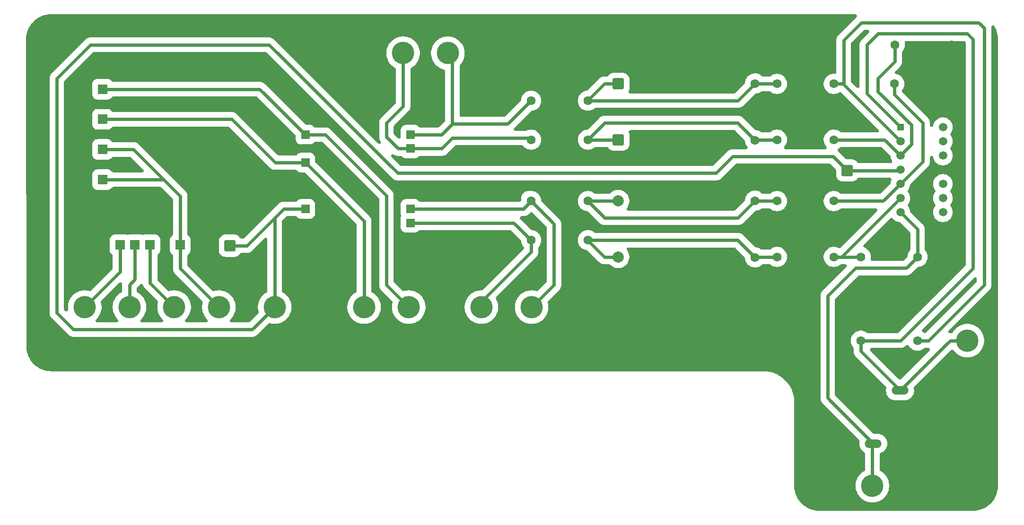
<source format=gbr>
%TF.GenerationSoftware,KiCad,Pcbnew,9.0.2*%
%TF.CreationDate,2025-06-04T19:56:21-03:00*%
%TF.ProjectId,projetoReduzido,70726f6a-6574-46f5-9265-64757a69646f,rev?*%
%TF.SameCoordinates,Original*%
%TF.FileFunction,Copper,L2,Bot*%
%TF.FilePolarity,Positive*%
%FSLAX46Y46*%
G04 Gerber Fmt 4.6, Leading zero omitted, Abs format (unit mm)*
G04 Created by KiCad (PCBNEW 9.0.2) date 2025-06-04 19:56:21*
%MOMM*%
%LPD*%
G01*
G04 APERTURE LIST*
G04 Aperture macros list*
%AMRoundRect*
0 Rectangle with rounded corners*
0 $1 Rounding radius*
0 $2 $3 $4 $5 $6 $7 $8 $9 X,Y pos of 4 corners*
0 Add a 4 corners polygon primitive as box body*
4,1,4,$2,$3,$4,$5,$6,$7,$8,$9,$2,$3,0*
0 Add four circle primitives for the rounded corners*
1,1,$1+$1,$2,$3*
1,1,$1+$1,$4,$5*
1,1,$1+$1,$6,$7*
1,1,$1+$1,$8,$9*
0 Add four rect primitives between the rounded corners*
20,1,$1+$1,$2,$3,$4,$5,0*
20,1,$1+$1,$4,$5,$6,$7,0*
20,1,$1+$1,$6,$7,$8,$9,0*
20,1,$1+$1,$8,$9,$2,$3,0*%
G04 Aperture macros list end*
%TA.AperFunction,WasherPad*%
%ADD10R,1.295400X1.295400*%
%TD*%
%TA.AperFunction,WasherPad*%
%ADD11C,1.500000*%
%TD*%
%TA.AperFunction,WasherPad*%
%ADD12C,4.000000*%
%TD*%
%TA.AperFunction,WasherPad*%
%ADD13O,1.508000X3.016000*%
%TD*%
%TA.AperFunction,WasherPad*%
%ADD14O,3.016000X1.508000*%
%TD*%
%TA.AperFunction,WasherPad*%
%ADD15C,1.600000*%
%TD*%
%TA.AperFunction,WasherPad*%
%ADD16RoundRect,0.250000X-0.750000X-0.750000X0.750000X-0.750000X0.750000X0.750000X-0.750000X0.750000X0*%
%TD*%
%TA.AperFunction,WasherPad*%
%ADD17C,2.000000*%
%TD*%
%TA.AperFunction,WasherPad*%
%ADD18RoundRect,0.250000X0.750000X0.750000X-0.750000X0.750000X-0.750000X-0.750000X0.750000X-0.750000X0*%
%TD*%
%TA.AperFunction,WasherPad*%
%ADD19RoundRect,0.250000X0.750000X-0.750000X0.750000X0.750000X-0.750000X0.750000X-0.750000X-0.750000X0*%
%TD*%
%TA.AperFunction,WasherPad*%
%ADD20R,1.500000X1.500000*%
%TD*%
%TA.AperFunction,WasherPad*%
%ADD21R,1.700000X1.700000*%
%TD*%
%TA.AperFunction,Conductor*%
%ADD22C,0.600000*%
%TD*%
G04 APERTURE END LIST*
D10*
%TO.P,U1,*%
%TO.N,*%
X262000000Y-35760000D03*
D11*
X262000000Y-38300000D03*
X262000000Y-40840000D03*
X262000000Y-43380000D03*
X262000000Y-45920000D03*
X262000000Y-48460000D03*
X262000000Y-51000000D03*
X269620000Y-51000000D03*
X269620000Y-48460000D03*
X269620000Y-45920000D03*
X269620000Y-43380000D03*
X269620000Y-40840000D03*
X269620000Y-38300000D03*
X269620000Y-35760000D03*
%TD*%
D12*
%TO.P,Left1,*%
%TO.N,*%
X274000000Y-74000000D03*
%TD*%
%TO.P,5V0,*%
%TO.N,*%
X150000000Y-68000000D03*
%TD*%
D13*
%TO.P,J2,*%
%TO.N,*%
X265450000Y-87442500D03*
D14*
X261950000Y-82942500D03*
X257150000Y-92442500D03*
%TD*%
D12*
%TO.P,GND1,*%
%TO.N,*%
X269000000Y-100000000D03*
%TD*%
D15*
%TO.P,R8,*%
%TO.N,*%
X254920000Y-59000000D03*
X265080000Y-59000000D03*
%TD*%
D12*
%TO.P,LOUT-1,*%
%TO.N,*%
X181000000Y-22500000D03*
%TD*%
%TO.P,LRCK2,*%
%TO.N,*%
X132000000Y-68000000D03*
%TD*%
D15*
%TO.P,L2,*%
%TO.N,*%
X206080000Y-31000000D03*
X195920000Y-31000000D03*
%TD*%
D16*
%TO.P,C1,*%
%TO.N,*%
X211500000Y-38000000D03*
D17*
X226500000Y-38000000D03*
%TD*%
D18*
%TO.P,C5,*%
%TO.N,*%
X252500000Y-43500000D03*
D17*
X237500000Y-43500000D03*
%TD*%
D15*
%TO.P,L4,*%
%TO.N,*%
X206080000Y-49000000D03*
X195920000Y-49000000D03*
%TD*%
%TO.P,R3,*%
%TO.N,*%
X239920000Y-28000000D03*
X250080000Y-28000000D03*
%TD*%
D19*
%TO.P,C6,*%
%TO.N,*%
X142000000Y-57000000D03*
D17*
X142000000Y-42000000D03*
%TD*%
D12*
%TO.P,ROUT+1,*%
%TO.N,*%
X196000000Y-68000000D03*
%TD*%
D15*
%TO.P,R1,*%
%TO.N,*%
X239920000Y-38000000D03*
X250080000Y-38000000D03*
%TD*%
%TO.P,R6,*%
%TO.N,*%
X260920000Y-28000000D03*
X271080000Y-28000000D03*
%TD*%
D16*
%TO.P,C2,*%
%TO.N,*%
X211500000Y-28000000D03*
D17*
X226500000Y-28000000D03*
%TD*%
D12*
%TO.P,Right1,*%
%TO.N,*%
X257000000Y-100000000D03*
%TD*%
D15*
%TO.P,R13,*%
%TO.N,*%
X236000000Y-27920000D03*
X236000000Y-38080000D03*
%TD*%
%TO.P,L1,*%
%TO.N,*%
X206080000Y-38000000D03*
X195920000Y-38000000D03*
%TD*%
D20*
%TO.P,U2,*%
%TO.N,*%
X174300000Y-39600000D03*
X174300000Y-37100000D03*
X174300000Y-52900000D03*
X174300000Y-50400000D03*
X155500000Y-37100000D03*
X155500000Y-39600000D03*
X155500000Y-42100000D03*
X155500000Y-50400000D03*
X155500000Y-52900000D03*
%TD*%
D18*
%TO.P,C4,*%
%TO.N,*%
X226500000Y-49000000D03*
D17*
X211500000Y-49000000D03*
%TD*%
D15*
%TO.P,R4,*%
%TO.N,*%
X254920000Y-74000000D03*
X265080000Y-74000000D03*
%TD*%
D18*
%TO.P,C3,*%
%TO.N,*%
X226500000Y-59000000D03*
D17*
X211500000Y-59000000D03*
%TD*%
D15*
%TO.P,L3,*%
%TO.N,*%
X206080000Y-56000000D03*
X195920000Y-56000000D03*
%TD*%
D21*
%TO.P,U4,*%
%TO.N,*%
X133100000Y-56850000D03*
X130400000Y-56850000D03*
X127700000Y-56850000D03*
X125000000Y-56850000D03*
X122300000Y-56850000D03*
X119600000Y-56850000D03*
X119200000Y-50550000D03*
X119200000Y-47850000D03*
X119200000Y-45150000D03*
X119200000Y-42450000D03*
X119200000Y-39750000D03*
X119200000Y-37050000D03*
X119200000Y-34350000D03*
X119200000Y-31650000D03*
X119200000Y-28950000D03*
%TD*%
D12*
%TO.P,LOUT+1,*%
%TO.N,*%
X173000000Y-22500000D03*
%TD*%
%TO.P,3V3,*%
%TO.N,*%
X140000000Y-68000000D03*
%TD*%
%TO.P,GND3,*%
%TO.N,*%
X158000000Y-68000000D03*
%TD*%
D15*
%TO.P,R2,*%
%TO.N,*%
X261000000Y-21000000D03*
X271160000Y-21000000D03*
%TD*%
D12*
%TO.P,DADOS2,*%
%TO.N,*%
X124000000Y-68000000D03*
%TD*%
%TO.P,ROUT-1,*%
%TO.N,*%
X187000000Y-68000000D03*
%TD*%
%TO.P,OUTR1,*%
%TO.N,*%
X166000000Y-68000000D03*
%TD*%
D15*
%TO.P,R7,*%
%TO.N,*%
X239920000Y-59000000D03*
X250080000Y-59000000D03*
%TD*%
D12*
%TO.P,BCK2,*%
%TO.N,*%
X116000000Y-68000000D03*
%TD*%
D15*
%TO.P,R5,*%
%TO.N,*%
X239920000Y-49000000D03*
X250080000Y-49000000D03*
%TD*%
%TO.P,R14,*%
%TO.N,*%
X236000000Y-48920000D03*
X236000000Y-59080000D03*
%TD*%
D12*
%TO.P,OUTL1,*%
%TO.N,*%
X174000000Y-68000000D03*
%TD*%
D22*
%TO.N,BCK*%
X122300000Y-61700000D02*
X122300000Y-56850000D01*
X116000000Y-68000000D02*
X122300000Y-61700000D01*
%TO.N,Net-(C1-Pad1)*%
X232920000Y-35000000D02*
X236000000Y-38080000D01*
X206080000Y-38000000D02*
X211500000Y-38000000D01*
X206080000Y-38000000D02*
X209080000Y-35000000D01*
X209080000Y-35000000D02*
X232920000Y-35000000D01*
X239920000Y-38000000D02*
X236080000Y-38000000D01*
X236080000Y-38000000D02*
X236000000Y-38080000D01*
%TO.N,Net-(C2-Pad1)*%
X206080000Y-30920000D02*
X209000000Y-28000000D01*
X236080000Y-28000000D02*
X236000000Y-27920000D01*
X206080000Y-31000000D02*
X206080000Y-30920000D01*
X206080000Y-31000000D02*
X232920000Y-31000000D01*
X232920000Y-31000000D02*
X236000000Y-27920000D01*
X239920000Y-28000000D02*
X236080000Y-28000000D01*
X209000000Y-28000000D02*
X211500000Y-28000000D01*
%TO.N,Net-(C3-Pad2)*%
X209000000Y-59000000D02*
X211500000Y-59000000D01*
X239920000Y-59000000D02*
X236080000Y-59000000D01*
X206080000Y-56080000D02*
X209000000Y-59000000D01*
X206080000Y-56000000D02*
X232920000Y-56000000D01*
X206080000Y-56000000D02*
X206080000Y-56080000D01*
X236080000Y-59000000D02*
X236000000Y-59080000D01*
X232920000Y-56000000D02*
X236000000Y-59080000D01*
%TO.N,Net-(C4-Pad2)*%
X209080000Y-52000000D02*
X232920000Y-52000000D01*
X236080000Y-49000000D02*
X236000000Y-48920000D01*
X232920000Y-52000000D02*
X236000000Y-48920000D01*
X212000000Y-49000000D02*
X206080000Y-49000000D01*
X239920000Y-49000000D02*
X236080000Y-49000000D01*
X206080000Y-49000000D02*
X209080000Y-52000000D01*
%TO.N,DADOS*%
X125000000Y-63000000D02*
X125000000Y-56850000D01*
X124000000Y-64000000D02*
X125000000Y-63000000D01*
X124000000Y-68000000D02*
X124000000Y-64000000D01*
%TO.N,Net-(U2-LOUT+)*%
X170000000Y-35000000D02*
X173000000Y-32000000D01*
X174300000Y-39600000D02*
X179900000Y-39600000D01*
X172100000Y-39600000D02*
X170000000Y-37500000D01*
X195620000Y-37700000D02*
X195920000Y-38000000D01*
X174300000Y-39600000D02*
X172100000Y-39600000D01*
X181800000Y-37700000D02*
X195620000Y-37700000D01*
X179900000Y-39600000D02*
X181800000Y-37700000D01*
X173000000Y-32000000D02*
X173000000Y-22500000D01*
X170000000Y-37500000D02*
X170000000Y-35000000D01*
%TO.N,Net-(U2-LOUT-)*%
X181800000Y-35200000D02*
X181800000Y-23300000D01*
X174300000Y-37100000D02*
X179900000Y-37100000D01*
X191720000Y-35200000D02*
X195920000Y-31000000D01*
X179900000Y-37100000D02*
X181800000Y-35200000D01*
X181800000Y-35200000D02*
X191720000Y-35200000D01*
%TO.N,Net-(U2-ROUT-)*%
X195920000Y-58080000D02*
X195920000Y-56000000D01*
X192820000Y-52900000D02*
X195920000Y-56000000D01*
X187000000Y-68000000D02*
X187000000Y-67000000D01*
X174300000Y-52900000D02*
X192820000Y-52900000D01*
X187000000Y-67000000D02*
X195920000Y-58080000D01*
%TO.N,Net-(U2-ROUT+)*%
X174300000Y-50400000D02*
X194520000Y-50400000D01*
X195920000Y-49000000D02*
X200000000Y-53080000D01*
X200000000Y-64000000D02*
X196000000Y-68000000D01*
X194520000Y-50400000D02*
X195920000Y-49000000D01*
X200000000Y-53080000D02*
X200000000Y-64000000D01*
%TO.N,LRCK*%
X127700000Y-63700000D02*
X127700000Y-56850000D01*
X132000000Y-68000000D02*
X127700000Y-63700000D01*
%TO.N,1IN+*%
X261000000Y-24000000D02*
X258000000Y-27000000D01*
X264000000Y-35362600D02*
X264000000Y-38840000D01*
X258000000Y-27000000D02*
X258000000Y-29362600D01*
X259160000Y-38000000D02*
X262000000Y-40840000D01*
X258000000Y-29362600D02*
X264000000Y-35362600D01*
X250080000Y-38000000D02*
X259160000Y-38000000D01*
X261000000Y-21000000D02*
X261000000Y-24000000D01*
X264000000Y-38840000D02*
X262000000Y-40840000D01*
%TO.N,1IN-*%
X277000000Y-64000000D02*
X277000000Y-18000000D01*
X251850000Y-28150000D02*
X262000000Y-38300000D01*
X267000000Y-74000000D02*
X277000000Y-64000000D01*
X255000000Y-17000000D02*
X251850000Y-20150000D01*
X251850000Y-20150000D02*
X251850000Y-28150000D01*
X251700000Y-28000000D02*
X251850000Y-28150000D01*
X265080000Y-74000000D02*
X267000000Y-74000000D01*
X276000000Y-17000000D02*
X255000000Y-17000000D01*
X277000000Y-18000000D02*
X276000000Y-17000000D01*
X250080000Y-28000000D02*
X251700000Y-28000000D01*
%TO.N,2IN+*%
X258920000Y-49000000D02*
X262000000Y-45920000D01*
X260920000Y-29920000D02*
X266000000Y-35000000D01*
X260920000Y-28000000D02*
X260920000Y-29920000D01*
X266000000Y-41920000D02*
X262000000Y-45920000D01*
X250080000Y-49000000D02*
X258920000Y-49000000D01*
X266000000Y-35000000D02*
X266000000Y-41920000D01*
%TO.N,2IN-*%
X254920000Y-59000000D02*
X250080000Y-59000000D01*
X251460000Y-59000000D02*
X262000000Y-48460000D01*
X250080000Y-59000000D02*
X251460000Y-59000000D01*
%TO.N,L*%
X256000000Y-21000000D02*
X256000000Y-29760000D01*
X274000000Y-74000000D02*
X270892500Y-74000000D01*
X275000000Y-20000000D02*
X274000000Y-19000000D01*
X275000000Y-61080000D02*
X262080000Y-74000000D01*
X270892500Y-74000000D02*
X261950000Y-82942500D01*
X258000000Y-19000000D02*
X256000000Y-21000000D01*
X254920000Y-75912500D02*
X261950000Y-82942500D01*
X274000000Y-19000000D02*
X258000000Y-19000000D01*
X275000000Y-61080000D02*
X275000000Y-20000000D01*
X254920000Y-74000000D02*
X254920000Y-75912500D01*
X262080000Y-74000000D02*
X254920000Y-74000000D01*
X256000000Y-29760000D02*
X262000000Y-35760000D01*
%TO.N,R*%
X265080000Y-59000000D02*
X265080000Y-54080000D01*
X265080000Y-54080000D02*
X262000000Y-51000000D01*
X249000000Y-84292500D02*
X257150000Y-92442500D01*
X257000000Y-92592500D02*
X257150000Y-92442500D01*
X249000000Y-66000000D02*
X249000000Y-84292500D01*
X263080000Y-61000000D02*
X265080000Y-59000000D01*
X254000000Y-61000000D02*
X249000000Y-66000000D01*
X257000000Y-100000000D02*
X257000000Y-92592500D01*
X262080000Y-51000000D02*
X262000000Y-51000000D01*
X254000000Y-61000000D02*
X263080000Y-61000000D01*
%TO.N,+5V*%
X149000000Y-21000000D02*
X117000000Y-21000000D01*
X151600000Y-50400000D02*
X155500000Y-50400000D01*
X250000000Y-41000000D02*
X232000000Y-41000000D01*
X117000000Y-21000000D02*
X111000000Y-27000000D01*
X172000000Y-44000000D02*
X149000000Y-21000000D01*
X111000000Y-27000000D02*
X111000000Y-69000000D01*
X232000000Y-41000000D02*
X229000000Y-44000000D01*
X252500000Y-43500000D02*
X250000000Y-41000000D01*
X253000000Y-43500000D02*
X261880000Y-43500000D01*
X261880000Y-43500000D02*
X262000000Y-43380000D01*
X111000000Y-69000000D02*
X114000000Y-72000000D01*
X150000000Y-52000000D02*
X151600000Y-50400000D01*
X146000000Y-72000000D02*
X150000000Y-68000000D01*
X150000000Y-52000000D02*
X145000000Y-57000000D01*
X229000000Y-44000000D02*
X172000000Y-44000000D01*
X114000000Y-72000000D02*
X146000000Y-72000000D01*
X145000000Y-57000000D02*
X142000000Y-57000000D01*
X150000000Y-68000000D02*
X150000000Y-52000000D01*
%TO.N,/OUTR*%
X150100000Y-42100000D02*
X155500000Y-42100000D01*
X142350000Y-34350000D02*
X150100000Y-42100000D01*
X166000000Y-68000000D02*
X166000000Y-52600000D01*
X166000000Y-52600000D02*
X155500000Y-42100000D01*
X119200000Y-34350000D02*
X142350000Y-34350000D01*
%TO.N,/OUTL*%
X155500000Y-37100000D02*
X159100000Y-37100000D01*
X147350000Y-28950000D02*
X155500000Y-37100000D01*
X119200000Y-28950000D02*
X147350000Y-28950000D01*
X170000000Y-64000000D02*
X174000000Y-68000000D01*
X159100000Y-37100000D02*
X170000000Y-48000000D01*
X170000000Y-48000000D02*
X170000000Y-64000000D01*
%TO.N,+3.3V*%
X133100000Y-61100000D02*
X133100000Y-56850000D01*
X119200000Y-45150000D02*
X130150000Y-45150000D01*
X130150000Y-45150000D02*
X133100000Y-48100000D01*
X119200000Y-39750000D02*
X124750000Y-39750000D01*
X124750000Y-39750000D02*
X130150000Y-45150000D01*
X133100000Y-48100000D02*
X133100000Y-56850000D01*
X140000000Y-68000000D02*
X140000000Y-67000000D01*
X140000000Y-68000000D02*
X133100000Y-61100000D01*
%TD*%
%TA.AperFunction,Conductor*%
%TO.N,GND*%
G36*
X254046476Y-15520691D02*
G01*
X254139900Y-15578536D01*
X254206119Y-15666224D01*
X254236190Y-15771912D01*
X254226051Y-15881325D01*
X254177072Y-15979688D01*
X254149890Y-16010925D01*
X250858033Y-19302781D01*
X250737715Y-19468385D01*
X250721748Y-19499724D01*
X250721746Y-19499727D01*
X250644781Y-19650777D01*
X250644777Y-19650789D01*
X250631163Y-19692684D01*
X250631164Y-19692685D01*
X250581521Y-19845469D01*
X250574830Y-19887712D01*
X250574831Y-19887713D01*
X250549500Y-20047643D01*
X250549500Y-25904829D01*
X250529309Y-26012840D01*
X250471464Y-26106264D01*
X250383776Y-26172483D01*
X250278088Y-26202554D01*
X250211484Y-26201272D01*
X250198024Y-26199500D01*
X250198011Y-26199500D01*
X249961989Y-26199500D01*
X249961987Y-26199500D01*
X249747226Y-26227774D01*
X249727986Y-26230307D01*
X249500007Y-26291394D01*
X249500005Y-26291394D01*
X249500004Y-26291395D01*
X249281948Y-26381717D01*
X249077549Y-26499727D01*
X248890307Y-26643402D01*
X248890295Y-26643413D01*
X248723413Y-26810295D01*
X248723402Y-26810307D01*
X248579727Y-26997549D01*
X248461717Y-27201948D01*
X248384283Y-27388891D01*
X248371394Y-27420007D01*
X248335350Y-27554524D01*
X248310307Y-27647986D01*
X248279589Y-27881315D01*
X248279500Y-27881989D01*
X248279500Y-28118011D01*
X248310307Y-28352014D01*
X248371394Y-28579993D01*
X248431894Y-28726051D01*
X248461717Y-28798051D01*
X248579727Y-29002450D01*
X248723402Y-29189692D01*
X248723405Y-29189696D01*
X248723408Y-29189699D01*
X248890301Y-29356592D01*
X248890304Y-29356594D01*
X248890307Y-29356597D01*
X249008255Y-29447101D01*
X249077550Y-29500273D01*
X249281951Y-29618284D01*
X249500007Y-29708606D01*
X249727986Y-29769693D01*
X249913215Y-29794078D01*
X249961987Y-29800500D01*
X249961989Y-29800500D01*
X250198013Y-29800500D01*
X250242181Y-29794684D01*
X250432014Y-29769693D01*
X250659993Y-29708606D01*
X250878049Y-29618284D01*
X251060408Y-29512998D01*
X251164041Y-29476480D01*
X251273871Y-29479863D01*
X251375062Y-29522693D01*
X251421331Y-29560516D01*
X254890124Y-33029309D01*
X258049891Y-36189075D01*
X258111989Y-36279728D01*
X258137147Y-36386691D01*
X258121966Y-36495520D01*
X258068497Y-36591515D01*
X257983961Y-36661713D01*
X257879775Y-36696633D01*
X257838466Y-36699500D01*
X251444296Y-36699500D01*
X251336285Y-36679309D01*
X251262277Y-36637713D01*
X251082450Y-36499727D01*
X250878051Y-36381717D01*
X250870372Y-36378536D01*
X250659993Y-36291394D01*
X250432014Y-36230307D01*
X250354013Y-36220038D01*
X250198013Y-36199500D01*
X250198011Y-36199500D01*
X249961989Y-36199500D01*
X249961987Y-36199500D01*
X249727986Y-36230307D01*
X249500007Y-36291394D01*
X249500005Y-36291394D01*
X249500004Y-36291395D01*
X249281948Y-36381717D01*
X249077549Y-36499727D01*
X248890307Y-36643402D01*
X248890295Y-36643413D01*
X248723413Y-36810295D01*
X248723402Y-36810307D01*
X248579727Y-36997549D01*
X248461717Y-37201948D01*
X248371395Y-37420004D01*
X248310307Y-37647986D01*
X248279500Y-37881986D01*
X248279500Y-38118013D01*
X248290032Y-38198011D01*
X248310307Y-38352014D01*
X248371394Y-38579993D01*
X248430457Y-38722582D01*
X248461717Y-38798051D01*
X248579727Y-39002450D01*
X248723402Y-39189692D01*
X248729864Y-39197060D01*
X248728858Y-39197942D01*
X248784882Y-39279728D01*
X248810040Y-39386691D01*
X248794859Y-39495520D01*
X248741390Y-39591515D01*
X248656854Y-39661713D01*
X248552668Y-39696633D01*
X248511359Y-39699500D01*
X241488641Y-39699500D01*
X241380630Y-39679309D01*
X241287206Y-39621464D01*
X241220987Y-39533776D01*
X241190916Y-39428088D01*
X241201055Y-39318675D01*
X241250034Y-39220312D01*
X241270210Y-39197125D01*
X241270136Y-39197060D01*
X241276582Y-39189708D01*
X241276592Y-39189699D01*
X241420273Y-39002450D01*
X241538284Y-38798049D01*
X241628606Y-38579993D01*
X241689693Y-38352014D01*
X241719509Y-38125540D01*
X241720500Y-38118013D01*
X241720500Y-37881986D01*
X241703929Y-37756119D01*
X241689693Y-37647986D01*
X241628606Y-37420007D01*
X241538284Y-37201951D01*
X241420273Y-36997550D01*
X241305504Y-36847980D01*
X241276597Y-36810307D01*
X241276594Y-36810304D01*
X241276592Y-36810301D01*
X241109699Y-36643408D01*
X241109696Y-36643405D01*
X241109692Y-36643402D01*
X240922450Y-36499727D01*
X240718051Y-36381717D01*
X240710372Y-36378536D01*
X240499993Y-36291394D01*
X240272014Y-36230307D01*
X240194013Y-36220038D01*
X240038013Y-36199500D01*
X240038011Y-36199500D01*
X239801989Y-36199500D01*
X239801987Y-36199500D01*
X239567986Y-36230307D01*
X239340007Y-36291394D01*
X239340005Y-36291394D01*
X239340004Y-36291395D01*
X239121948Y-36381717D01*
X238917549Y-36499727D01*
X238737723Y-36637713D01*
X238639741Y-36687447D01*
X238555704Y-36699500D01*
X237260038Y-36699500D01*
X237152027Y-36679309D01*
X237078019Y-36637713D01*
X237002450Y-36579727D01*
X236798051Y-36461717D01*
X236675427Y-36410924D01*
X236579993Y-36371394D01*
X236352014Y-36310307D01*
X236127283Y-36280720D01*
X236022832Y-36246603D01*
X235954887Y-36195703D01*
X233767219Y-34008034D01*
X233601611Y-33887713D01*
X233601607Y-33887711D01*
X233601603Y-33887708D01*
X233510415Y-33841246D01*
X233419223Y-33794782D01*
X233419222Y-33794781D01*
X233419219Y-33794780D01*
X233354323Y-33773694D01*
X233321874Y-33763150D01*
X233321874Y-33763149D01*
X233224537Y-33731523D01*
X233022353Y-33699500D01*
X233022352Y-33699500D01*
X208977648Y-33699500D01*
X208977646Y-33699500D01*
X208775463Y-33731523D01*
X208580787Y-33794776D01*
X208580787Y-33794777D01*
X208580784Y-33794778D01*
X208580782Y-33794779D01*
X208470873Y-33850781D01*
X208398390Y-33887713D01*
X208232781Y-34008034D01*
X208088034Y-34152781D01*
X208088031Y-34152784D01*
X208074924Y-34165890D01*
X208074920Y-34165894D01*
X206125111Y-36115703D01*
X206034458Y-36177801D01*
X205952715Y-36200720D01*
X205727985Y-36230307D01*
X205596359Y-36265576D01*
X205500007Y-36291394D01*
X205500005Y-36291394D01*
X205500004Y-36291395D01*
X205281948Y-36381717D01*
X205077549Y-36499727D01*
X204890307Y-36643402D01*
X204890295Y-36643413D01*
X204723413Y-36810295D01*
X204723402Y-36810307D01*
X204579727Y-36997549D01*
X204461717Y-37201948D01*
X204371395Y-37420004D01*
X204310307Y-37647986D01*
X204279500Y-37881986D01*
X204279500Y-38118013D01*
X204290032Y-38198011D01*
X204310307Y-38352014D01*
X204371394Y-38579993D01*
X204430457Y-38722582D01*
X204461717Y-38798051D01*
X204579727Y-39002450D01*
X204723402Y-39189692D01*
X204723405Y-39189696D01*
X204723408Y-39189699D01*
X204890301Y-39356592D01*
X204890304Y-39356594D01*
X204890307Y-39356597D01*
X204984956Y-39429223D01*
X205077550Y-39500273D01*
X205281951Y-39618284D01*
X205500007Y-39708606D01*
X205727986Y-39769693D01*
X205913215Y-39794078D01*
X205961987Y-39800500D01*
X205961989Y-39800500D01*
X206198013Y-39800500D01*
X206242181Y-39794684D01*
X206432014Y-39769693D01*
X206659993Y-39708606D01*
X206878049Y-39618284D01*
X207082450Y-39500273D01*
X207262277Y-39362286D01*
X207360259Y-39312553D01*
X207444296Y-39300500D01*
X209453504Y-39300500D01*
X209561515Y-39320691D01*
X209654939Y-39378536D01*
X209699281Y-39429222D01*
X209786181Y-39554654D01*
X209945346Y-39713819D01*
X210130374Y-39842007D01*
X210130377Y-39842008D01*
X210130381Y-39842011D01*
X210314740Y-39925749D01*
X210335317Y-39935096D01*
X210553588Y-39990096D01*
X210685783Y-40000500D01*
X212314216Y-40000499D01*
X212314221Y-40000499D01*
X212446401Y-39990097D01*
X212446402Y-39990096D01*
X212446412Y-39990096D01*
X212664683Y-39935096D01*
X212851710Y-39850145D01*
X212869618Y-39842011D01*
X212869619Y-39842009D01*
X212869626Y-39842007D01*
X213054654Y-39713819D01*
X213213819Y-39554654D01*
X213342007Y-39369626D01*
X213347928Y-39356592D01*
X213385160Y-39274622D01*
X213435096Y-39164683D01*
X213490096Y-38946412D01*
X213500500Y-38814217D01*
X213500499Y-37185784D01*
X213498565Y-37161210D01*
X213490097Y-37053598D01*
X213490096Y-37053596D01*
X213490096Y-37053588D01*
X213435096Y-36835317D01*
X213384148Y-36723151D01*
X213357863Y-36616462D01*
X213371894Y-36507479D01*
X213424347Y-36410924D01*
X213508137Y-36339838D01*
X213611949Y-36303820D01*
X213656382Y-36300500D01*
X232257465Y-36300500D01*
X232365476Y-36320691D01*
X232458900Y-36378536D01*
X232468890Y-36388075D01*
X234115703Y-38034887D01*
X234177801Y-38125540D01*
X234200720Y-38207283D01*
X234219775Y-38352014D01*
X234230307Y-38432014D01*
X234291394Y-38659993D01*
X234375848Y-38863881D01*
X234381717Y-38878051D01*
X234499727Y-39082450D01*
X234604107Y-39218481D01*
X234653841Y-39316464D01*
X234664822Y-39425796D01*
X234635566Y-39531712D01*
X234570024Y-39619907D01*
X234477048Y-39678470D01*
X234369196Y-39699491D01*
X234366894Y-39699500D01*
X231897646Y-39699500D01*
X231807243Y-39713818D01*
X231807243Y-39713819D01*
X231695466Y-39731523D01*
X231695463Y-39731523D01*
X231695462Y-39731524D01*
X231500787Y-39794776D01*
X231500781Y-39794779D01*
X231362207Y-39865385D01*
X231362208Y-39865386D01*
X231318388Y-39887713D01*
X231152782Y-40008033D01*
X231152775Y-40008039D01*
X228548890Y-42611925D01*
X228458237Y-42674023D01*
X228351274Y-42699181D01*
X228337465Y-42699500D01*
X172662535Y-42699500D01*
X172554524Y-42679309D01*
X172461100Y-42621464D01*
X172451110Y-42611925D01*
X170934588Y-41095403D01*
X170872490Y-41004750D01*
X170847332Y-40897787D01*
X170862513Y-40788958D01*
X170915982Y-40692963D01*
X171000518Y-40622765D01*
X171104704Y-40587845D01*
X171214469Y-40592920D01*
X171314989Y-40637304D01*
X171321737Y-40642065D01*
X171418390Y-40712287D01*
X171600781Y-40805220D01*
X171795466Y-40868477D01*
X171997648Y-40900500D01*
X172565935Y-40900500D01*
X172673946Y-40920691D01*
X172767370Y-40978536D01*
X172797664Y-41010549D01*
X172838888Y-41061106D01*
X172838889Y-41061107D01*
X172838891Y-41061109D01*
X172996593Y-41189698D01*
X173176951Y-41283909D01*
X173372582Y-41339886D01*
X173491963Y-41350500D01*
X175108036Y-41350499D01*
X175227418Y-41339886D01*
X175423049Y-41283909D01*
X175603407Y-41189698D01*
X175761109Y-41061109D01*
X175790258Y-41025361D01*
X175802336Y-41010549D01*
X175886241Y-40939598D01*
X175990111Y-40903748D01*
X176034065Y-40900500D01*
X180002351Y-40900500D01*
X180002352Y-40900500D01*
X180204535Y-40868477D01*
X180277697Y-40844705D01*
X180304843Y-40835885D01*
X180304845Y-40835883D01*
X180318267Y-40831523D01*
X180399219Y-40805220D01*
X180523362Y-40741966D01*
X180581611Y-40712287D01*
X180747219Y-40591966D01*
X182251109Y-39088074D01*
X182341762Y-39025977D01*
X182448725Y-39000819D01*
X182462534Y-39000500D01*
X194270780Y-39000500D01*
X194378791Y-39020691D01*
X194472215Y-39078536D01*
X194507992Y-39117480D01*
X194544213Y-39164684D01*
X194563408Y-39189699D01*
X194730301Y-39356592D01*
X194730304Y-39356594D01*
X194730307Y-39356597D01*
X194824956Y-39429223D01*
X194917550Y-39500273D01*
X195121951Y-39618284D01*
X195340007Y-39708606D01*
X195567986Y-39769693D01*
X195753215Y-39794078D01*
X195801987Y-39800500D01*
X195801989Y-39800500D01*
X196038013Y-39800500D01*
X196082181Y-39794684D01*
X196272014Y-39769693D01*
X196499993Y-39708606D01*
X196718049Y-39618284D01*
X196922450Y-39500273D01*
X197109699Y-39356592D01*
X197276592Y-39189699D01*
X197420273Y-39002450D01*
X197538284Y-38798049D01*
X197628606Y-38579993D01*
X197689693Y-38352014D01*
X197719509Y-38125540D01*
X197720500Y-38118013D01*
X197720500Y-37881986D01*
X197703929Y-37756119D01*
X197689693Y-37647986D01*
X197628606Y-37420007D01*
X197538284Y-37201951D01*
X197420273Y-36997550D01*
X197305504Y-36847980D01*
X197276597Y-36810307D01*
X197276594Y-36810304D01*
X197276592Y-36810301D01*
X197109699Y-36643408D01*
X197109696Y-36643405D01*
X197109692Y-36643402D01*
X196922450Y-36499727D01*
X196718051Y-36381717D01*
X196710372Y-36378536D01*
X196499993Y-36291394D01*
X196272014Y-36230307D01*
X196194013Y-36220038D01*
X196038013Y-36199500D01*
X196038011Y-36199500D01*
X195801989Y-36199500D01*
X195801987Y-36199500D01*
X195567986Y-36230307D01*
X195340007Y-36291394D01*
X195340005Y-36291394D01*
X195340004Y-36291395D01*
X195338645Y-36291958D01*
X195133963Y-36376740D01*
X195026449Y-36399420D01*
X195019542Y-36399500D01*
X193081535Y-36399500D01*
X192973524Y-36379309D01*
X192880100Y-36321464D01*
X192813881Y-36233776D01*
X192783810Y-36128088D01*
X192793949Y-36018675D01*
X192842928Y-35920312D01*
X192870110Y-35889075D01*
X194318104Y-34441081D01*
X195874891Y-32884293D01*
X195965541Y-32822198D01*
X196047285Y-32799279D01*
X196272014Y-32769693D01*
X196499993Y-32708606D01*
X196718049Y-32618284D01*
X196922450Y-32500273D01*
X197109699Y-32356592D01*
X197276592Y-32189699D01*
X197420273Y-32002450D01*
X197538284Y-31798049D01*
X197628606Y-31579993D01*
X197689693Y-31352014D01*
X197720500Y-31118011D01*
X197720500Y-30881989D01*
X204279500Y-30881989D01*
X204279500Y-31118011D01*
X204310307Y-31352014D01*
X204360383Y-31538900D01*
X204371395Y-31579995D01*
X204461717Y-31798051D01*
X204579727Y-32002450D01*
X204723402Y-32189692D01*
X204723405Y-32189696D01*
X204723408Y-32189699D01*
X204890301Y-32356592D01*
X204890304Y-32356594D01*
X204890307Y-32356597D01*
X205008255Y-32447101D01*
X205077550Y-32500273D01*
X205281951Y-32618284D01*
X205500007Y-32708606D01*
X205727986Y-32769693D01*
X205913215Y-32794078D01*
X205961987Y-32800500D01*
X205961989Y-32800500D01*
X206198013Y-32800500D01*
X206242181Y-32794684D01*
X206432014Y-32769693D01*
X206659993Y-32708606D01*
X206878049Y-32618284D01*
X207082450Y-32500273D01*
X207262277Y-32362286D01*
X207360259Y-32312553D01*
X207444296Y-32300500D01*
X233022351Y-32300500D01*
X233022352Y-32300500D01*
X233224535Y-32268477D01*
X233321876Y-32236848D01*
X233419219Y-32205220D01*
X233576228Y-32125220D01*
X233601611Y-32112287D01*
X233767219Y-31991966D01*
X235954890Y-29804293D01*
X236045539Y-29742198D01*
X236127282Y-29719279D01*
X236352014Y-29689693D01*
X236579993Y-29628606D01*
X236798049Y-29538284D01*
X237002450Y-29420273D01*
X237078019Y-29362287D01*
X237176002Y-29312552D01*
X237260038Y-29300500D01*
X238555704Y-29300500D01*
X238663715Y-29320691D01*
X238737722Y-29362286D01*
X238917550Y-29500273D01*
X239121951Y-29618284D01*
X239340007Y-29708606D01*
X239567986Y-29769693D01*
X239753215Y-29794078D01*
X239801987Y-29800500D01*
X239801989Y-29800500D01*
X240038013Y-29800500D01*
X240082181Y-29794684D01*
X240272014Y-29769693D01*
X240499993Y-29708606D01*
X240718049Y-29618284D01*
X240922450Y-29500273D01*
X241109699Y-29356592D01*
X241276592Y-29189699D01*
X241420273Y-29002450D01*
X241538284Y-28798049D01*
X241628606Y-28579993D01*
X241689693Y-28352014D01*
X241720500Y-28118011D01*
X241720500Y-27881989D01*
X241720411Y-27881315D01*
X241702436Y-27744780D01*
X241689693Y-27647986D01*
X241628606Y-27420007D01*
X241538284Y-27201951D01*
X241420273Y-26997550D01*
X241335992Y-26887713D01*
X241276597Y-26810307D01*
X241276594Y-26810304D01*
X241276592Y-26810301D01*
X241109699Y-26643408D01*
X241109696Y-26643405D01*
X241109692Y-26643402D01*
X240922450Y-26499727D01*
X240718051Y-26381717D01*
X240565172Y-26318392D01*
X240499993Y-26291394D01*
X240272014Y-26230307D01*
X240194013Y-26220038D01*
X240038013Y-26199500D01*
X240038011Y-26199500D01*
X239801989Y-26199500D01*
X239801987Y-26199500D01*
X239587226Y-26227774D01*
X239567986Y-26230307D01*
X239340007Y-26291394D01*
X239340005Y-26291394D01*
X239340004Y-26291395D01*
X239121948Y-26381717D01*
X238917549Y-26499727D01*
X238737723Y-26637713D01*
X238639741Y-26687447D01*
X238555704Y-26699500D01*
X237449641Y-26699500D01*
X237341630Y-26679309D01*
X237248206Y-26621464D01*
X237238216Y-26611925D01*
X237189704Y-26563413D01*
X237189692Y-26563402D01*
X237002450Y-26419727D01*
X236798051Y-26301717D01*
X236773130Y-26291394D01*
X236579993Y-26211394D01*
X236352014Y-26150307D01*
X236274013Y-26140038D01*
X236118013Y-26119500D01*
X236118011Y-26119500D01*
X235881989Y-26119500D01*
X235881987Y-26119500D01*
X235647986Y-26150307D01*
X235420007Y-26211394D01*
X235420005Y-26211394D01*
X235420004Y-26211395D01*
X235201948Y-26301717D01*
X234997549Y-26419727D01*
X234810307Y-26563402D01*
X234810295Y-26563413D01*
X234643413Y-26730295D01*
X234643402Y-26730307D01*
X234499727Y-26917549D01*
X234381717Y-27121948D01*
X234291395Y-27340004D01*
X234230307Y-27567985D01*
X234200720Y-27792715D01*
X234166603Y-27897167D01*
X234115703Y-27965111D01*
X232468890Y-29611925D01*
X232378237Y-29674023D01*
X232271274Y-29699181D01*
X232257465Y-29699500D01*
X213656382Y-29699500D01*
X213548371Y-29679309D01*
X213454947Y-29621464D01*
X213388728Y-29533776D01*
X213358657Y-29428088D01*
X213368796Y-29318675D01*
X213384149Y-29276846D01*
X213435096Y-29164683D01*
X213490096Y-28946412D01*
X213500500Y-28814217D01*
X213500499Y-27185784D01*
X213498949Y-27166092D01*
X213490097Y-27053598D01*
X213490096Y-27053596D01*
X213490096Y-27053588D01*
X213435096Y-26835317D01*
X213387951Y-26731523D01*
X213342011Y-26630381D01*
X213342008Y-26630377D01*
X213342007Y-26630374D01*
X213213819Y-26445346D01*
X213054654Y-26286181D01*
X212869626Y-26157993D01*
X212869624Y-26157992D01*
X212869618Y-26157988D01*
X212664684Y-26064904D01*
X212446408Y-26009903D01*
X212314237Y-25999501D01*
X212314224Y-25999500D01*
X212314217Y-25999500D01*
X212314205Y-25999500D01*
X210685778Y-25999500D01*
X210553598Y-26009902D01*
X210553583Y-26009905D01*
X210335316Y-26064904D01*
X210130381Y-26157988D01*
X210130372Y-26157994D01*
X209945344Y-26286182D01*
X209786182Y-26445344D01*
X209699282Y-26570777D01*
X209621174Y-26648064D01*
X209520421Y-26691916D01*
X209453504Y-26699500D01*
X208897648Y-26699500D01*
X208789325Y-26716656D01*
X208789325Y-26716657D01*
X208695466Y-26731523D01*
X208695463Y-26731523D01*
X208695462Y-26731524D01*
X208500787Y-26794776D01*
X208500787Y-26794777D01*
X208500784Y-26794778D01*
X208500782Y-26794779D01*
X208318390Y-26887713D01*
X208318387Y-26887714D01*
X208318385Y-26887716D01*
X208152782Y-27008033D01*
X208152775Y-27008039D01*
X208008031Y-27152784D01*
X206032981Y-29127833D01*
X205942328Y-29189931D01*
X205860585Y-29212850D01*
X205727985Y-29230307D01*
X205670199Y-29245791D01*
X205500007Y-29291394D01*
X205500005Y-29291394D01*
X205500004Y-29291395D01*
X205281948Y-29381717D01*
X205077549Y-29499727D01*
X204890307Y-29643402D01*
X204890295Y-29643413D01*
X204723413Y-29810295D01*
X204723402Y-29810307D01*
X204579727Y-29997549D01*
X204461717Y-30201948D01*
X204398981Y-30353407D01*
X204371394Y-30420007D01*
X204346983Y-30511109D01*
X204310307Y-30647986D01*
X204291626Y-30789886D01*
X204279500Y-30881989D01*
X197720500Y-30881989D01*
X197689693Y-30647986D01*
X197628606Y-30420007D01*
X197538284Y-30201951D01*
X197420273Y-29997550D01*
X197367101Y-29928255D01*
X197276597Y-29810307D01*
X197276594Y-29810304D01*
X197276592Y-29810301D01*
X197109699Y-29643408D01*
X197109696Y-29643405D01*
X197109692Y-29643402D01*
X196922450Y-29499727D01*
X196718051Y-29381717D01*
X196717081Y-29381315D01*
X196499993Y-29291394D01*
X196272014Y-29230307D01*
X196139415Y-29212850D01*
X196038013Y-29199500D01*
X196038011Y-29199500D01*
X195801989Y-29199500D01*
X195801987Y-29199500D01*
X195567986Y-29230307D01*
X195340007Y-29291394D01*
X195340005Y-29291394D01*
X195340004Y-29291395D01*
X195121948Y-29381717D01*
X194917549Y-29499727D01*
X194730307Y-29643402D01*
X194730295Y-29643413D01*
X194563413Y-29810295D01*
X194563402Y-29810307D01*
X194419727Y-29997549D01*
X194301717Y-30201948D01*
X194211395Y-30420004D01*
X194150307Y-30647985D01*
X194120720Y-30872715D01*
X194086603Y-30977167D01*
X194035703Y-31045111D01*
X191268890Y-33811925D01*
X191178237Y-33874023D01*
X191071274Y-33899181D01*
X191057465Y-33899500D01*
X183399500Y-33899500D01*
X183291489Y-33879309D01*
X183198065Y-33821464D01*
X183131846Y-33733776D01*
X183101775Y-33628088D01*
X183100500Y-33600500D01*
X183100500Y-24766698D01*
X183120691Y-24658687D01*
X183178536Y-24565263D01*
X183188075Y-24555273D01*
X183240825Y-24502523D01*
X183450946Y-24239039D01*
X183630246Y-23953686D01*
X183776469Y-23650051D01*
X183887776Y-23331954D01*
X183962767Y-23003394D01*
X184000500Y-22668504D01*
X184000500Y-22331496D01*
X183981026Y-22158665D01*
X183962768Y-21996613D01*
X183962767Y-21996611D01*
X183962767Y-21996606D01*
X183887776Y-21668046D01*
X183776469Y-21349949D01*
X183630246Y-21046314D01*
X183450946Y-20760961D01*
X183240825Y-20497477D01*
X183002523Y-20259175D01*
X182739039Y-20049054D01*
X182739040Y-20049054D01*
X182739038Y-20049053D01*
X182453685Y-19869753D01*
X182150058Y-19723534D01*
X182150055Y-19723533D01*
X182150051Y-19723531D01*
X181942132Y-19650777D01*
X181831955Y-19612224D01*
X181503386Y-19537231D01*
X181225501Y-19505922D01*
X181168504Y-19499500D01*
X180831496Y-19499500D01*
X180778969Y-19505418D01*
X180496613Y-19537231D01*
X180168044Y-19612224D01*
X179945430Y-19690120D01*
X179849949Y-19723531D01*
X179849947Y-19723532D01*
X179849941Y-19723534D01*
X179546314Y-19869753D01*
X179260961Y-20049053D01*
X178997483Y-20259170D01*
X178997467Y-20259184D01*
X178759184Y-20497467D01*
X178759170Y-20497483D01*
X178549053Y-20760961D01*
X178369753Y-21046314D01*
X178223534Y-21349941D01*
X178223532Y-21349946D01*
X178223531Y-21349949D01*
X178190120Y-21445430D01*
X178112224Y-21668044D01*
X178037231Y-21996613D01*
X178007974Y-22256285D01*
X178000718Y-22320691D01*
X177999500Y-22331498D01*
X177999500Y-22668501D01*
X178037231Y-23003386D01*
X178037233Y-23003394D01*
X178112224Y-23331954D01*
X178223531Y-23650051D01*
X178223533Y-23650055D01*
X178223534Y-23650058D01*
X178369753Y-23953685D01*
X178463167Y-24102351D01*
X178549054Y-24239039D01*
X178759175Y-24502523D01*
X178997477Y-24740825D01*
X179260961Y-24950946D01*
X179546314Y-25130246D01*
X179849949Y-25276469D01*
X180168046Y-25387776D01*
X180267033Y-25410369D01*
X180367842Y-25454087D01*
X180446052Y-25531270D01*
X180491099Y-25631494D01*
X180499500Y-25701872D01*
X180499500Y-34537465D01*
X180479309Y-34645476D01*
X180421464Y-34738900D01*
X180411925Y-34748890D01*
X179448890Y-35711925D01*
X179358237Y-35774023D01*
X179251274Y-35799181D01*
X179237465Y-35799500D01*
X176034065Y-35799500D01*
X175926054Y-35779309D01*
X175832630Y-35721464D01*
X175802336Y-35689451D01*
X175761111Y-35638893D01*
X175755050Y-35633951D01*
X175603407Y-35510302D01*
X175423049Y-35416091D01*
X175227418Y-35360114D01*
X175108037Y-35349500D01*
X175108036Y-35349500D01*
X173491973Y-35349500D01*
X173491972Y-35349500D01*
X173491964Y-35349501D01*
X173436599Y-35354422D01*
X173372584Y-35360113D01*
X173312107Y-35377418D01*
X173176951Y-35416091D01*
X173176949Y-35416091D01*
X173176949Y-35416092D01*
X172996596Y-35510300D01*
X172996592Y-35510302D01*
X172838891Y-35638891D01*
X172710302Y-35796592D01*
X172710300Y-35796596D01*
X172616092Y-35976949D01*
X172616091Y-35976951D01*
X172571180Y-36133909D01*
X172560114Y-36172583D01*
X172549500Y-36291958D01*
X172549500Y-37488465D01*
X172529309Y-37596476D01*
X172471464Y-37689900D01*
X172383776Y-37756119D01*
X172278088Y-37786190D01*
X172168675Y-37776051D01*
X172070312Y-37727072D01*
X172039075Y-37699890D01*
X171388075Y-37048890D01*
X171325977Y-36958237D01*
X171300819Y-36851274D01*
X171300500Y-36837465D01*
X171300500Y-35662533D01*
X171320691Y-35554522D01*
X171378536Y-35461098D01*
X171388054Y-35451129D01*
X173830175Y-33009007D01*
X173830182Y-33009002D01*
X173847217Y-32991967D01*
X173847219Y-32991966D01*
X173991966Y-32847219D01*
X174112287Y-32681610D01*
X174204683Y-32500273D01*
X174204690Y-32500276D01*
X174204732Y-32500175D01*
X174205221Y-32499218D01*
X174268477Y-32304534D01*
X174300500Y-32102351D01*
X174300500Y-31897648D01*
X174300500Y-25391284D01*
X174320691Y-25283273D01*
X174378536Y-25189849D01*
X174447182Y-25135666D01*
X174446582Y-25134710D01*
X174527504Y-25083862D01*
X174739039Y-24950946D01*
X175002523Y-24740825D01*
X175240825Y-24502523D01*
X175450946Y-24239039D01*
X175630246Y-23953686D01*
X175776469Y-23650051D01*
X175887776Y-23331954D01*
X175962767Y-23003394D01*
X176000500Y-22668504D01*
X176000500Y-22331496D01*
X175981026Y-22158665D01*
X175962768Y-21996613D01*
X175962767Y-21996611D01*
X175962767Y-21996606D01*
X175887776Y-21668046D01*
X175776469Y-21349949D01*
X175630246Y-21046314D01*
X175450946Y-20760961D01*
X175240825Y-20497477D01*
X175002523Y-20259175D01*
X174739039Y-20049054D01*
X174739040Y-20049054D01*
X174739038Y-20049053D01*
X174453685Y-19869753D01*
X174150058Y-19723534D01*
X174150055Y-19723533D01*
X174150051Y-19723531D01*
X173942132Y-19650777D01*
X173831955Y-19612224D01*
X173503386Y-19537231D01*
X173225501Y-19505922D01*
X173168504Y-19499500D01*
X172831496Y-19499500D01*
X172778969Y-19505418D01*
X172496613Y-19537231D01*
X172168044Y-19612224D01*
X171945430Y-19690120D01*
X171849949Y-19723531D01*
X171849947Y-19723532D01*
X171849941Y-19723534D01*
X171546314Y-19869753D01*
X171260961Y-20049053D01*
X170997483Y-20259170D01*
X170997467Y-20259184D01*
X170759184Y-20497467D01*
X170759170Y-20497483D01*
X170549053Y-20760961D01*
X170369753Y-21046314D01*
X170223534Y-21349941D01*
X170223532Y-21349946D01*
X170223531Y-21349949D01*
X170190120Y-21445430D01*
X170112224Y-21668044D01*
X170037231Y-21996613D01*
X170007974Y-22256285D01*
X170000718Y-22320691D01*
X169999500Y-22331498D01*
X169999500Y-22668501D01*
X170037231Y-23003386D01*
X170037233Y-23003394D01*
X170112224Y-23331954D01*
X170223531Y-23650051D01*
X170223533Y-23650055D01*
X170223534Y-23650058D01*
X170369753Y-23953685D01*
X170463167Y-24102351D01*
X170549054Y-24239039D01*
X170759175Y-24502523D01*
X170997477Y-24740825D01*
X171260961Y-24950946D01*
X171553418Y-25134710D01*
X171552704Y-25135845D01*
X171629874Y-25199480D01*
X171683672Y-25295292D01*
X171699500Y-25391284D01*
X171699500Y-31337465D01*
X171679309Y-31445476D01*
X171621464Y-31538900D01*
X171611925Y-31548890D01*
X169008033Y-34152781D01*
X168887713Y-34318387D01*
X168887712Y-34318389D01*
X168870192Y-34352777D01*
X168870190Y-34352781D01*
X168794781Y-34500777D01*
X168794780Y-34500781D01*
X168775897Y-34558896D01*
X168731523Y-34695463D01*
X168706771Y-34851741D01*
X168699500Y-34897644D01*
X168699500Y-37602353D01*
X168731523Y-37804537D01*
X168746706Y-37851265D01*
X168746710Y-37851275D01*
X168749582Y-37860114D01*
X168794780Y-37999219D01*
X168834671Y-38077510D01*
X168887713Y-38181611D01*
X168957917Y-38278240D01*
X169005069Y-38377489D01*
X169013184Y-38487071D01*
X168981165Y-38592185D01*
X168913336Y-38678634D01*
X168818860Y-38734743D01*
X168710494Y-38752934D01*
X168602874Y-38730750D01*
X168510535Y-38671188D01*
X168504595Y-38665410D01*
X149847219Y-20008034D01*
X149827041Y-19993374D01*
X149681611Y-19887713D01*
X149681607Y-19887711D01*
X149681603Y-19887708D01*
X149590415Y-19841246D01*
X149499223Y-19794782D01*
X149499222Y-19794781D01*
X149499219Y-19794780D01*
X149430643Y-19772498D01*
X149401874Y-19763150D01*
X149401874Y-19763149D01*
X149304537Y-19731523D01*
X149102353Y-19699500D01*
X149102352Y-19699500D01*
X116897648Y-19699500D01*
X116897646Y-19699500D01*
X116695464Y-19731523D01*
X116500785Y-19794778D01*
X116500781Y-19794779D01*
X116318392Y-19887711D01*
X116257766Y-19931757D01*
X116257767Y-19931758D01*
X116152783Y-20008032D01*
X116152779Y-20008035D01*
X110008033Y-26152781D01*
X109887712Y-26318389D01*
X109887710Y-26318392D01*
X109859025Y-26374691D01*
X109859015Y-26374711D01*
X109855447Y-26381716D01*
X109794780Y-26500781D01*
X109777493Y-26553985D01*
X109772669Y-26568831D01*
X109772667Y-26568836D01*
X109731523Y-26695462D01*
X109713335Y-26810300D01*
X109699500Y-26897647D01*
X109699500Y-69102353D01*
X109731523Y-69304537D01*
X109763150Y-69401874D01*
X109763151Y-69401876D01*
X109794780Y-69499219D01*
X109794781Y-69499222D01*
X109794782Y-69499223D01*
X109841246Y-69590415D01*
X109887708Y-69681603D01*
X109887711Y-69681607D01*
X109887713Y-69681611D01*
X109929437Y-69739039D01*
X110008034Y-69847219D01*
X113000524Y-72839708D01*
X113000531Y-72839716D01*
X113008034Y-72847219D01*
X113152781Y-72991966D01*
X113284459Y-73087635D01*
X113284460Y-73087636D01*
X113284459Y-73087636D01*
X113318383Y-73112282D01*
X113318390Y-73112287D01*
X113500782Y-73205221D01*
X113500787Y-73205222D01*
X113500787Y-73205223D01*
X113609859Y-73240662D01*
X113687775Y-73265978D01*
X113695466Y-73268477D01*
X113897648Y-73300500D01*
X113897649Y-73300500D01*
X146102351Y-73300500D01*
X146102352Y-73300500D01*
X146304535Y-73268477D01*
X146401876Y-73236848D01*
X146499219Y-73205220D01*
X146602136Y-73152781D01*
X146681611Y-73112287D01*
X146847219Y-72991966D01*
X148875147Y-70964036D01*
X148965796Y-70901941D01*
X149072760Y-70876783D01*
X149159615Y-70887006D01*
X149159866Y-70885909D01*
X149168045Y-70887775D01*
X149168046Y-70887776D01*
X149496606Y-70962767D01*
X149496611Y-70962767D01*
X149496613Y-70962768D01*
X149658665Y-70981026D01*
X149831496Y-71000500D01*
X149831498Y-71000500D01*
X150168502Y-71000500D01*
X150168504Y-71000500D01*
X150492105Y-70964039D01*
X150503386Y-70962768D01*
X150503386Y-70962767D01*
X150503394Y-70962767D01*
X150831954Y-70887776D01*
X151150051Y-70776469D01*
X151453686Y-70630246D01*
X151739039Y-70450946D01*
X152002523Y-70240825D01*
X152240825Y-70002523D01*
X152450946Y-69739039D01*
X152630246Y-69453686D01*
X152776469Y-69150051D01*
X152887776Y-68831954D01*
X152962767Y-68503394D01*
X153000500Y-68168504D01*
X153000500Y-67831496D01*
X152962767Y-67496606D01*
X152887776Y-67168046D01*
X152776469Y-66849949D01*
X152630246Y-66546314D01*
X152450946Y-66260961D01*
X152240825Y-65997477D01*
X152002523Y-65759175D01*
X151739039Y-65549054D01*
X151453686Y-65369754D01*
X151453685Y-65369753D01*
X151446583Y-65365291D01*
X151447291Y-65364163D01*
X151370078Y-65300462D01*
X151316304Y-65204637D01*
X151300500Y-65108715D01*
X151300500Y-52662534D01*
X151320691Y-52554523D01*
X151378536Y-52461099D01*
X151388075Y-52451109D01*
X152051109Y-51788075D01*
X152141762Y-51725977D01*
X152248725Y-51700819D01*
X152262534Y-51700500D01*
X153765935Y-51700500D01*
X153873946Y-51720691D01*
X153967370Y-51778536D01*
X153997664Y-51810549D01*
X154038888Y-51861106D01*
X154038889Y-51861107D01*
X154038891Y-51861109D01*
X154196593Y-51989698D01*
X154376951Y-52083909D01*
X154572582Y-52139886D01*
X154691963Y-52150500D01*
X156308036Y-52150499D01*
X156427418Y-52139886D01*
X156623049Y-52083909D01*
X156803407Y-51989698D01*
X156961109Y-51861109D01*
X157089698Y-51703407D01*
X157183909Y-51523049D01*
X157239886Y-51327418D01*
X157250500Y-51208037D01*
X157250499Y-49591964D01*
X157239886Y-49472582D01*
X157183909Y-49276951D01*
X157089698Y-49096593D01*
X156961109Y-48938891D01*
X156803407Y-48810302D01*
X156623049Y-48716091D01*
X156427418Y-48660114D01*
X156308037Y-48649500D01*
X156308036Y-48649500D01*
X154691973Y-48649500D01*
X154691972Y-48649500D01*
X154691964Y-48649501D01*
X154636599Y-48654422D01*
X154572584Y-48660113D01*
X154480496Y-48686463D01*
X154376951Y-48716091D01*
X154376949Y-48716091D01*
X154376949Y-48716092D01*
X154196596Y-48810300D01*
X154196592Y-48810302D01*
X154038888Y-48938893D01*
X153997664Y-48989451D01*
X153913759Y-49060402D01*
X153809889Y-49096252D01*
X153765935Y-49099500D01*
X151497648Y-49099500D01*
X151389325Y-49116656D01*
X151389325Y-49116657D01*
X151295466Y-49131523D01*
X151295463Y-49131523D01*
X151295462Y-49131524D01*
X151100787Y-49194776D01*
X151100781Y-49194779D01*
X150934602Y-49279452D01*
X150934601Y-49279451D01*
X150918392Y-49287711D01*
X150918389Y-49287713D01*
X150752782Y-49408033D01*
X150752775Y-49408039D01*
X144548890Y-55611925D01*
X144520394Y-55631444D01*
X144494868Y-55654715D01*
X144475431Y-55662244D01*
X144458237Y-55674023D01*
X144424616Y-55681930D01*
X144392406Y-55694409D01*
X144358013Y-55697595D01*
X144351274Y-55699181D01*
X144337465Y-55699500D01*
X144046496Y-55699500D01*
X143938485Y-55679309D01*
X143845061Y-55621464D01*
X143800718Y-55570777D01*
X143795228Y-55562853D01*
X143713819Y-55445346D01*
X143554654Y-55286181D01*
X143369626Y-55157993D01*
X143369624Y-55157992D01*
X143369618Y-55157988D01*
X143164684Y-55064904D01*
X142946408Y-55009903D01*
X142814237Y-54999501D01*
X142814224Y-54999500D01*
X142814217Y-54999500D01*
X142814205Y-54999500D01*
X141185778Y-54999500D01*
X141053598Y-55009902D01*
X141053583Y-55009905D01*
X140835316Y-55064904D01*
X140630381Y-55157988D01*
X140630372Y-55157994D01*
X140445344Y-55286182D01*
X140286182Y-55445344D01*
X140157994Y-55630372D01*
X140157988Y-55630381D01*
X140064904Y-55835315D01*
X140009903Y-56053591D01*
X139999501Y-56185762D01*
X139999500Y-56185794D01*
X139999500Y-57814221D01*
X140009902Y-57946401D01*
X140009905Y-57946416D01*
X140064904Y-58164683D01*
X140157988Y-58369618D01*
X140157992Y-58369624D01*
X140157993Y-58369626D01*
X140286181Y-58554654D01*
X140445346Y-58713819D01*
X140630374Y-58842007D01*
X140630377Y-58842008D01*
X140630381Y-58842011D01*
X140814740Y-58925749D01*
X140835317Y-58935096D01*
X141053588Y-58990096D01*
X141185783Y-59000500D01*
X142814216Y-59000499D01*
X142814221Y-59000499D01*
X142946401Y-58990097D01*
X142946402Y-58990096D01*
X142946412Y-58990096D01*
X143164683Y-58935096D01*
X143314681Y-58866963D01*
X143369618Y-58842011D01*
X143369619Y-58842009D01*
X143369626Y-58842007D01*
X143554654Y-58713819D01*
X143713819Y-58554654D01*
X143800718Y-58429222D01*
X143878826Y-58351936D01*
X143979579Y-58308084D01*
X144046496Y-58300500D01*
X145102351Y-58300500D01*
X145102352Y-58300500D01*
X145304535Y-58268477D01*
X145414395Y-58232781D01*
X145499219Y-58205220D01*
X145618355Y-58144517D01*
X145681611Y-58112287D01*
X145847219Y-57991966D01*
X148189075Y-55650108D01*
X148279728Y-55588011D01*
X148386691Y-55562853D01*
X148495520Y-55578034D01*
X148591515Y-55631503D01*
X148661713Y-55716039D01*
X148696633Y-55820225D01*
X148699500Y-55861534D01*
X148699500Y-65108715D01*
X148679309Y-65216726D01*
X148621464Y-65310150D01*
X148552821Y-65364343D01*
X148553417Y-65365291D01*
X148260965Y-65549051D01*
X147997483Y-65759170D01*
X147997467Y-65759184D01*
X147759184Y-65997467D01*
X147759170Y-65997483D01*
X147549053Y-66260961D01*
X147369753Y-66546314D01*
X147223534Y-66849941D01*
X147223532Y-66849947D01*
X147112224Y-67168044D01*
X147037231Y-67496613D01*
X146999500Y-67831498D01*
X146999500Y-68168501D01*
X147037231Y-68503386D01*
X147114091Y-68840133D01*
X147112788Y-68840430D01*
X147122349Y-68940038D01*
X147092625Y-69045823D01*
X147035960Y-69124853D01*
X145548890Y-70611925D01*
X145458238Y-70674023D01*
X145351274Y-70699181D01*
X145337465Y-70699500D01*
X142265698Y-70699500D01*
X142157687Y-70679309D01*
X142064263Y-70621464D01*
X141998044Y-70533776D01*
X141967973Y-70428088D01*
X141978112Y-70318675D01*
X142027091Y-70220312D01*
X142054273Y-70189075D01*
X142240825Y-70002523D01*
X142450946Y-69739039D01*
X142630246Y-69453686D01*
X142776469Y-69150051D01*
X142887776Y-68831954D01*
X142962767Y-68503394D01*
X143000500Y-68168504D01*
X143000500Y-67831496D01*
X142962767Y-67496606D01*
X142887776Y-67168046D01*
X142776469Y-66849949D01*
X142630246Y-66546314D01*
X142450946Y-66260961D01*
X142240825Y-65997477D01*
X142002523Y-65759175D01*
X141739039Y-65549054D01*
X141739040Y-65549054D01*
X141739038Y-65549053D01*
X141453685Y-65369753D01*
X141150058Y-65223534D01*
X141150055Y-65223533D01*
X141150051Y-65223531D01*
X140943262Y-65151172D01*
X140831955Y-65112224D01*
X140503386Y-65037231D01*
X140225501Y-65005922D01*
X140168504Y-64999500D01*
X139831496Y-64999500D01*
X139778969Y-65005418D01*
X139496613Y-65037231D01*
X139276598Y-65087447D01*
X139168046Y-65112224D01*
X139168044Y-65112224D01*
X139159867Y-65114091D01*
X139159570Y-65112793D01*
X139059924Y-65122345D01*
X138954142Y-65092610D01*
X138875144Y-65035960D01*
X134488075Y-60648890D01*
X134425977Y-60558237D01*
X134400819Y-60451274D01*
X134400500Y-60437465D01*
X134400500Y-58765603D01*
X134420691Y-58657592D01*
X134478536Y-58564168D01*
X134510545Y-58533877D01*
X134661109Y-58411109D01*
X134789698Y-58253407D01*
X134883909Y-58073049D01*
X134939886Y-57877418D01*
X134950500Y-57758037D01*
X134950499Y-55941964D01*
X134939886Y-55822582D01*
X134883909Y-55626951D01*
X134789698Y-55446593D01*
X134661109Y-55288891D01*
X134510547Y-55166124D01*
X134439598Y-55082221D01*
X134403748Y-54978351D01*
X134400500Y-54934396D01*
X134400500Y-47997649D01*
X134400499Y-47997642D01*
X134387814Y-47917552D01*
X134387814Y-47917549D01*
X134368477Y-47795465D01*
X134318141Y-47640548D01*
X134305220Y-47600781D01*
X134218150Y-47429896D01*
X134212287Y-47418389D01*
X134190000Y-47387714D01*
X134091966Y-47252781D01*
X125597219Y-38758034D01*
X125590199Y-38752934D01*
X125431611Y-38637713D01*
X125431607Y-38637711D01*
X125431603Y-38637708D01*
X125324090Y-38582928D01*
X125324084Y-38582925D01*
X125310476Y-38575992D01*
X125249219Y-38544780D01*
X125108994Y-38499218D01*
X125101172Y-38496676D01*
X125101158Y-38496671D01*
X125054536Y-38481523D01*
X124852353Y-38449500D01*
X124852352Y-38449500D01*
X121115604Y-38449500D01*
X121007593Y-38429309D01*
X120914169Y-38371464D01*
X120883874Y-38339451D01*
X120761109Y-38188891D01*
X120603407Y-38060302D01*
X120423049Y-37966091D01*
X120227418Y-37910114D01*
X120108037Y-37899500D01*
X120108036Y-37899500D01*
X118291973Y-37899500D01*
X118291972Y-37899500D01*
X118291964Y-37899501D01*
X118236599Y-37904422D01*
X118172584Y-37910113D01*
X118074766Y-37938102D01*
X117976951Y-37966091D01*
X117976949Y-37966091D01*
X117976949Y-37966092D01*
X117796596Y-38060300D01*
X117796592Y-38060302D01*
X117638891Y-38188891D01*
X117510302Y-38346592D01*
X117510300Y-38346596D01*
X117436398Y-38488075D01*
X117416091Y-38526951D01*
X117369523Y-38689699D01*
X117360114Y-38722583D01*
X117349500Y-38841958D01*
X117349500Y-40658026D01*
X117349501Y-40658036D01*
X117352294Y-40689451D01*
X117360113Y-40777415D01*
X117366432Y-40799500D01*
X117416091Y-40973049D01*
X117510302Y-41153407D01*
X117638891Y-41311109D01*
X117796593Y-41439698D01*
X117976951Y-41533909D01*
X118172582Y-41589886D01*
X118291963Y-41600500D01*
X120108036Y-41600499D01*
X120227418Y-41589886D01*
X120423049Y-41533909D01*
X120603407Y-41439698D01*
X120761109Y-41311109D01*
X120883875Y-41160547D01*
X120967779Y-41089598D01*
X121071649Y-41053748D01*
X121115604Y-41050500D01*
X124087465Y-41050500D01*
X124195476Y-41070691D01*
X124288900Y-41128536D01*
X124298890Y-41138075D01*
X126499890Y-43339075D01*
X126561988Y-43429728D01*
X126587146Y-43536691D01*
X126571965Y-43645520D01*
X126518496Y-43741515D01*
X126433960Y-43811713D01*
X126329774Y-43846633D01*
X126288465Y-43849500D01*
X121115604Y-43849500D01*
X121007593Y-43829309D01*
X120914169Y-43771464D01*
X120883874Y-43739451D01*
X120761109Y-43588891D01*
X120603407Y-43460302D01*
X120423049Y-43366091D01*
X120227418Y-43310114D01*
X120108037Y-43299500D01*
X120108036Y-43299500D01*
X118291973Y-43299500D01*
X118291972Y-43299500D01*
X118291964Y-43299501D01*
X118236599Y-43304422D01*
X118172584Y-43310113D01*
X118079151Y-43336848D01*
X117976951Y-43366091D01*
X117976949Y-43366091D01*
X117976949Y-43366092D01*
X117796596Y-43460300D01*
X117796592Y-43460302D01*
X117638891Y-43588891D01*
X117510302Y-43746592D01*
X117510300Y-43746596D01*
X117445479Y-43870690D01*
X117416091Y-43926951D01*
X117360114Y-44122582D01*
X117360114Y-44122583D01*
X117349500Y-44241958D01*
X117349500Y-46058026D01*
X117349501Y-46058036D01*
X117355038Y-46120321D01*
X117360113Y-46177415D01*
X117360114Y-46177418D01*
X117416091Y-46373049D01*
X117510302Y-46553407D01*
X117638891Y-46711109D01*
X117796593Y-46839698D01*
X117976951Y-46933909D01*
X118172582Y-46989886D01*
X118291963Y-47000500D01*
X120108036Y-47000499D01*
X120227418Y-46989886D01*
X120423049Y-46933909D01*
X120603407Y-46839698D01*
X120761109Y-46711109D01*
X120883875Y-46560547D01*
X120967779Y-46489598D01*
X121071649Y-46453748D01*
X121115604Y-46450500D01*
X129487465Y-46450500D01*
X129595476Y-46470691D01*
X129688900Y-46528536D01*
X129698890Y-46538075D01*
X131711925Y-48551110D01*
X131774023Y-48641763D01*
X131799181Y-48748726D01*
X131799500Y-48762535D01*
X131799500Y-54934396D01*
X131779309Y-55042407D01*
X131721464Y-55135831D01*
X131689454Y-55166122D01*
X131645515Y-55201951D01*
X131538891Y-55288891D01*
X131410302Y-55446592D01*
X131410300Y-55446596D01*
X131323940Y-55611925D01*
X131316091Y-55626951D01*
X131260114Y-55822582D01*
X131260114Y-55822583D01*
X131249500Y-55941958D01*
X131249500Y-57758026D01*
X131249501Y-57758036D01*
X131253267Y-57800397D01*
X131260113Y-57877415D01*
X131260114Y-57877418D01*
X131316091Y-58073049D01*
X131410302Y-58253407D01*
X131538891Y-58411109D01*
X131689451Y-58533875D01*
X131760401Y-58617777D01*
X131796251Y-58721647D01*
X131799500Y-58765603D01*
X131799500Y-61202353D01*
X131831523Y-61404535D01*
X131894778Y-61599216D01*
X131894780Y-61599221D01*
X131936760Y-61681610D01*
X131987713Y-61781611D01*
X132108034Y-61947219D01*
X134621913Y-64461098D01*
X137035960Y-66875144D01*
X137098058Y-66965797D01*
X137123216Y-67072760D01*
X137112999Y-67159617D01*
X137114091Y-67159867D01*
X137037231Y-67496613D01*
X136999500Y-67831498D01*
X136999500Y-68168501D01*
X137037231Y-68503386D01*
X137096571Y-68763376D01*
X137112224Y-68831954D01*
X137223531Y-69150051D01*
X137223533Y-69150055D01*
X137223534Y-69150058D01*
X137369753Y-69453685D01*
X137499738Y-69660553D01*
X137549054Y-69739039D01*
X137759175Y-70002523D01*
X137759184Y-70002532D01*
X137945727Y-70189075D01*
X138007825Y-70279728D01*
X138032983Y-70386691D01*
X138017802Y-70495520D01*
X137964333Y-70591515D01*
X137879797Y-70661713D01*
X137775611Y-70696633D01*
X137734302Y-70699500D01*
X134265698Y-70699500D01*
X134157687Y-70679309D01*
X134064263Y-70621464D01*
X133998044Y-70533776D01*
X133967973Y-70428088D01*
X133978112Y-70318675D01*
X134027091Y-70220312D01*
X134054273Y-70189075D01*
X134240825Y-70002523D01*
X134450946Y-69739039D01*
X134630246Y-69453686D01*
X134776469Y-69150051D01*
X134887776Y-68831954D01*
X134962767Y-68503394D01*
X135000500Y-68168504D01*
X135000500Y-67831496D01*
X134962767Y-67496606D01*
X134887776Y-67168046D01*
X134776469Y-66849949D01*
X134630246Y-66546314D01*
X134450946Y-66260961D01*
X134240825Y-65997477D01*
X134002523Y-65759175D01*
X133739039Y-65549054D01*
X133739040Y-65549054D01*
X133739038Y-65549053D01*
X133453685Y-65369753D01*
X133150058Y-65223534D01*
X133150055Y-65223533D01*
X133150051Y-65223531D01*
X132943262Y-65151172D01*
X132831955Y-65112224D01*
X132503386Y-65037231D01*
X132225501Y-65005922D01*
X132168504Y-64999500D01*
X131831496Y-64999500D01*
X131778969Y-65005418D01*
X131496613Y-65037231D01*
X131276598Y-65087447D01*
X131168046Y-65112224D01*
X131168044Y-65112224D01*
X131159867Y-65114091D01*
X131159570Y-65112791D01*
X131059937Y-65122346D01*
X130954154Y-65092615D01*
X130875145Y-65035960D01*
X129088075Y-63248890D01*
X129025977Y-63158237D01*
X129000819Y-63051274D01*
X129000500Y-63037465D01*
X129000500Y-58765603D01*
X129020691Y-58657592D01*
X129078536Y-58564168D01*
X129110545Y-58533877D01*
X129261109Y-58411109D01*
X129389698Y-58253407D01*
X129483909Y-58073049D01*
X129539886Y-57877418D01*
X129550500Y-57758037D01*
X129550499Y-55941964D01*
X129539886Y-55822582D01*
X129483909Y-55626951D01*
X129389698Y-55446593D01*
X129261109Y-55288891D01*
X129103407Y-55160302D01*
X128923049Y-55066091D01*
X128727418Y-55010114D01*
X128608037Y-54999500D01*
X128608036Y-54999500D01*
X126791973Y-54999500D01*
X126791972Y-54999500D01*
X126791964Y-54999501D01*
X126736599Y-55004422D01*
X126672584Y-55010113D01*
X126476947Y-55066092D01*
X126462864Y-55071718D01*
X126461509Y-55068327D01*
X126383264Y-55092213D01*
X126273677Y-55084164D01*
X126237727Y-55070236D01*
X126237136Y-55071718D01*
X126223052Y-55066092D01*
X126223049Y-55066091D01*
X126027418Y-55010114D01*
X125908037Y-54999500D01*
X125908036Y-54999500D01*
X124091973Y-54999500D01*
X124091972Y-54999500D01*
X124091964Y-54999501D01*
X124036599Y-55004422D01*
X123972584Y-55010113D01*
X123776947Y-55066092D01*
X123762864Y-55071718D01*
X123761509Y-55068327D01*
X123683264Y-55092213D01*
X123573677Y-55084164D01*
X123537727Y-55070236D01*
X123537136Y-55071718D01*
X123523052Y-55066092D01*
X123523049Y-55066091D01*
X123327418Y-55010114D01*
X123208037Y-54999500D01*
X123208036Y-54999500D01*
X121391973Y-54999500D01*
X121391972Y-54999500D01*
X121391964Y-54999501D01*
X121336599Y-55004422D01*
X121272584Y-55010113D01*
X121174766Y-55038102D01*
X121076951Y-55066091D01*
X121076949Y-55066091D01*
X121076949Y-55066092D01*
X120896596Y-55160300D01*
X120896592Y-55160302D01*
X120738891Y-55288891D01*
X120610302Y-55446592D01*
X120610300Y-55446596D01*
X120523940Y-55611925D01*
X120516091Y-55626951D01*
X120460114Y-55822582D01*
X120460114Y-55822583D01*
X120449500Y-55941958D01*
X120449500Y-57758026D01*
X120449501Y-57758036D01*
X120453267Y-57800397D01*
X120460113Y-57877415D01*
X120460114Y-57877418D01*
X120516091Y-58073049D01*
X120610302Y-58253407D01*
X120738891Y-58411109D01*
X120889451Y-58533875D01*
X120960401Y-58617777D01*
X120996251Y-58721647D01*
X120999500Y-58765603D01*
X120999500Y-61037464D01*
X120979309Y-61145475D01*
X120921464Y-61238899D01*
X120911925Y-61248889D01*
X117124853Y-65035960D01*
X117034200Y-65098058D01*
X116927237Y-65123216D01*
X116840383Y-65112994D01*
X116840133Y-65114091D01*
X116831955Y-65112224D01*
X116831954Y-65112224D01*
X116654648Y-65071755D01*
X116503386Y-65037231D01*
X116225501Y-65005922D01*
X116168504Y-64999500D01*
X115831496Y-64999500D01*
X115778969Y-65005418D01*
X115496613Y-65037231D01*
X115168044Y-65112224D01*
X115007564Y-65168379D01*
X114849949Y-65223531D01*
X114849947Y-65223532D01*
X114849941Y-65223534D01*
X114546314Y-65369753D01*
X114260961Y-65549053D01*
X113997483Y-65759170D01*
X113997467Y-65759184D01*
X113759184Y-65997467D01*
X113759170Y-65997483D01*
X113549053Y-66260961D01*
X113369753Y-66546314D01*
X113223534Y-66849941D01*
X113223532Y-66849947D01*
X113112224Y-67168044D01*
X113037231Y-67496613D01*
X112999500Y-67831498D01*
X112999500Y-68168502D01*
X113029767Y-68437135D01*
X113021796Y-68546728D01*
X112974774Y-68646041D01*
X112895052Y-68721661D01*
X112793396Y-68763376D01*
X112683535Y-68765551D01*
X112580307Y-68727893D01*
X112521222Y-68682037D01*
X112388075Y-68548890D01*
X112325977Y-68458237D01*
X112300819Y-68351274D01*
X112300500Y-68337465D01*
X112300500Y-33441958D01*
X117349500Y-33441958D01*
X117349500Y-35258026D01*
X117349501Y-35258036D01*
X117349847Y-35261925D01*
X117360113Y-35377415D01*
X117360114Y-35377418D01*
X117416091Y-35573049D01*
X117510302Y-35753407D01*
X117638891Y-35911109D01*
X117796593Y-36039698D01*
X117976951Y-36133909D01*
X118172582Y-36189886D01*
X118291963Y-36200500D01*
X120108036Y-36200499D01*
X120227418Y-36189886D01*
X120423049Y-36133909D01*
X120603407Y-36039698D01*
X120761109Y-35911109D01*
X120883875Y-35760547D01*
X120967779Y-35689598D01*
X121071649Y-35653748D01*
X121115604Y-35650500D01*
X141687465Y-35650500D01*
X141795476Y-35670691D01*
X141888900Y-35728536D01*
X141898890Y-35738075D01*
X149252781Y-43091966D01*
X149418389Y-43212287D01*
X149481645Y-43244517D01*
X149600781Y-43305220D01*
X149698123Y-43336848D01*
X149795462Y-43368476D01*
X149795463Y-43368476D01*
X149795465Y-43368477D01*
X149997648Y-43400500D01*
X150202352Y-43400500D01*
X153765935Y-43400500D01*
X153873946Y-43420691D01*
X153967370Y-43478536D01*
X153997664Y-43510549D01*
X154038888Y-43561106D01*
X154038889Y-43561107D01*
X154038891Y-43561109D01*
X154196593Y-43689698D01*
X154376951Y-43783909D01*
X154572582Y-43839886D01*
X154691963Y-43850500D01*
X155287464Y-43850499D01*
X155395475Y-43870690D01*
X155488899Y-43928535D01*
X155498889Y-43938074D01*
X164611925Y-53051110D01*
X164674023Y-53141763D01*
X164699181Y-53248726D01*
X164699500Y-53262535D01*
X164699500Y-65108715D01*
X164679309Y-65216726D01*
X164621464Y-65310150D01*
X164552821Y-65364343D01*
X164553417Y-65365291D01*
X164260965Y-65549051D01*
X163997483Y-65759170D01*
X163997467Y-65759184D01*
X163759184Y-65997467D01*
X163759170Y-65997483D01*
X163549053Y-66260961D01*
X163369753Y-66546314D01*
X163223534Y-66849941D01*
X163223532Y-66849947D01*
X163112224Y-67168044D01*
X163037231Y-67496613D01*
X162999500Y-67831498D01*
X162999500Y-68168501D01*
X163037231Y-68503386D01*
X163096571Y-68763376D01*
X163112224Y-68831954D01*
X163223531Y-69150051D01*
X163223533Y-69150055D01*
X163223534Y-69150058D01*
X163369753Y-69453685D01*
X163499738Y-69660553D01*
X163549054Y-69739039D01*
X163759175Y-70002523D01*
X163997477Y-70240825D01*
X164260961Y-70450946D01*
X164546314Y-70630246D01*
X164849949Y-70776469D01*
X165168046Y-70887776D01*
X165496606Y-70962767D01*
X165496611Y-70962767D01*
X165496613Y-70962768D01*
X165658665Y-70981026D01*
X165831496Y-71000500D01*
X165831498Y-71000500D01*
X166168502Y-71000500D01*
X166168504Y-71000500D01*
X166492105Y-70964039D01*
X166503386Y-70962768D01*
X166503386Y-70962767D01*
X166503394Y-70962767D01*
X166831954Y-70887776D01*
X167150051Y-70776469D01*
X167453686Y-70630246D01*
X167739039Y-70450946D01*
X168002523Y-70240825D01*
X168240825Y-70002523D01*
X168450946Y-69739039D01*
X168630246Y-69453686D01*
X168776469Y-69150051D01*
X168887776Y-68831954D01*
X168962767Y-68503394D01*
X169000500Y-68168504D01*
X169000500Y-67831496D01*
X168962767Y-67496606D01*
X168887776Y-67168046D01*
X168776469Y-66849949D01*
X168630246Y-66546314D01*
X168450946Y-66260961D01*
X168240825Y-65997477D01*
X168002523Y-65759175D01*
X167739039Y-65549054D01*
X167453686Y-65369754D01*
X167453685Y-65369753D01*
X167446583Y-65365291D01*
X167447291Y-65364163D01*
X167370078Y-65300462D01*
X167316304Y-65204637D01*
X167300500Y-65108715D01*
X167300500Y-52497648D01*
X167268477Y-52295466D01*
X167205220Y-52100781D01*
X167112287Y-51918390D01*
X166991966Y-51752781D01*
X166847219Y-51608034D01*
X157338074Y-42098889D01*
X157275976Y-42008236D01*
X157250818Y-41901273D01*
X157250499Y-41887464D01*
X157250499Y-41291973D01*
X157250499Y-41291964D01*
X157239886Y-41172582D01*
X157183909Y-40976951D01*
X157089698Y-40796593D01*
X156961109Y-40638891D01*
X156803407Y-40510302D01*
X156623049Y-40416091D01*
X156427418Y-40360114D01*
X156308037Y-40349500D01*
X156308036Y-40349500D01*
X154691973Y-40349500D01*
X154691972Y-40349500D01*
X154691964Y-40349501D01*
X154636599Y-40354422D01*
X154572584Y-40360113D01*
X154474766Y-40388102D01*
X154376951Y-40416091D01*
X154376949Y-40416091D01*
X154376949Y-40416092D01*
X154196596Y-40510300D01*
X154196592Y-40510302D01*
X154038888Y-40638893D01*
X153997664Y-40689451D01*
X153913759Y-40760402D01*
X153809889Y-40796252D01*
X153765935Y-40799500D01*
X150762535Y-40799500D01*
X150654524Y-40779309D01*
X150561100Y-40721464D01*
X150551110Y-40711925D01*
X143197219Y-33358034D01*
X143031611Y-33237713D01*
X143031607Y-33237711D01*
X143031603Y-33237708D01*
X142951002Y-33196640D01*
X142950993Y-33196636D01*
X142940414Y-33191246D01*
X142849219Y-33144780D01*
X142749216Y-33112287D01*
X142738170Y-33108697D01*
X142738163Y-33108695D01*
X142654536Y-33081523D01*
X142452353Y-33049500D01*
X142452352Y-33049500D01*
X121115604Y-33049500D01*
X121007593Y-33029309D01*
X120914169Y-32971464D01*
X120883874Y-32939451D01*
X120761109Y-32788891D01*
X120603407Y-32660302D01*
X120423049Y-32566091D01*
X120227418Y-32510114D01*
X120108037Y-32499500D01*
X120108036Y-32499500D01*
X118291973Y-32499500D01*
X118291972Y-32499500D01*
X118291964Y-32499501D01*
X118236599Y-32504422D01*
X118172584Y-32510113D01*
X118074766Y-32538102D01*
X117976951Y-32566091D01*
X117976949Y-32566091D01*
X117976949Y-32566092D01*
X117796596Y-32660300D01*
X117796592Y-32660302D01*
X117638891Y-32788891D01*
X117510302Y-32946592D01*
X117510300Y-32946596D01*
X117425627Y-33108695D01*
X117416091Y-33126951D01*
X117384398Y-33237713D01*
X117360114Y-33322583D01*
X117349500Y-33441958D01*
X112300500Y-33441958D01*
X112300500Y-28041958D01*
X117349500Y-28041958D01*
X117349500Y-29858026D01*
X117349501Y-29858036D01*
X117355038Y-29920321D01*
X117360113Y-29977415D01*
X117360114Y-29977418D01*
X117416091Y-30173049D01*
X117510302Y-30353407D01*
X117638891Y-30511109D01*
X117796593Y-30639698D01*
X117976951Y-30733909D01*
X118172582Y-30789886D01*
X118291963Y-30800500D01*
X120108036Y-30800499D01*
X120227418Y-30789886D01*
X120423049Y-30733909D01*
X120603407Y-30639698D01*
X120761109Y-30511109D01*
X120883875Y-30360547D01*
X120967779Y-30289598D01*
X121071649Y-30253748D01*
X121115604Y-30250500D01*
X146687465Y-30250500D01*
X146795476Y-30270691D01*
X146888900Y-30328536D01*
X146898890Y-30338075D01*
X153661925Y-37101109D01*
X153724023Y-37191762D01*
X153749181Y-37298725D01*
X153749500Y-37312534D01*
X153749500Y-37908026D01*
X153749501Y-37908036D01*
X153753921Y-37957757D01*
X153760113Y-38027415D01*
X153760114Y-38027418D01*
X153816091Y-38223049D01*
X153910302Y-38403407D01*
X154038891Y-38561109D01*
X154196593Y-38689698D01*
X154376951Y-38783909D01*
X154572582Y-38839886D01*
X154691963Y-38850500D01*
X156308036Y-38850499D01*
X156427418Y-38839886D01*
X156623049Y-38783909D01*
X156803407Y-38689698D01*
X156961109Y-38561109D01*
X156976307Y-38542469D01*
X157002336Y-38510549D01*
X157086241Y-38439598D01*
X157190111Y-38403748D01*
X157234065Y-38400500D01*
X158437465Y-38400500D01*
X158545476Y-38420691D01*
X158638900Y-38478536D01*
X158648890Y-38488075D01*
X168611925Y-48451109D01*
X168674023Y-48541762D01*
X168699181Y-48648725D01*
X168699500Y-48662534D01*
X168699500Y-64102353D01*
X168731523Y-64304537D01*
X168748661Y-64357281D01*
X168756567Y-64381611D01*
X168794780Y-64499219D01*
X168800114Y-64509687D01*
X168841246Y-64590415D01*
X168887708Y-64681603D01*
X168887711Y-64681607D01*
X168887713Y-64681611D01*
X169008033Y-64847217D01*
X169008034Y-64847219D01*
X171035960Y-66875145D01*
X171098058Y-66965798D01*
X171123216Y-67072761D01*
X171112998Y-67159617D01*
X171114091Y-67159867D01*
X171037231Y-67496613D01*
X170999500Y-67831498D01*
X170999500Y-68168501D01*
X171037231Y-68503386D01*
X171096571Y-68763376D01*
X171112224Y-68831954D01*
X171223531Y-69150051D01*
X171223533Y-69150055D01*
X171223534Y-69150058D01*
X171369753Y-69453685D01*
X171499738Y-69660553D01*
X171549054Y-69739039D01*
X171759175Y-70002523D01*
X171997477Y-70240825D01*
X172260961Y-70450946D01*
X172546314Y-70630246D01*
X172849949Y-70776469D01*
X173168046Y-70887776D01*
X173496606Y-70962767D01*
X173496611Y-70962767D01*
X173496613Y-70962768D01*
X173658665Y-70981026D01*
X173831496Y-71000500D01*
X173831498Y-71000500D01*
X174168502Y-71000500D01*
X174168504Y-71000500D01*
X174492105Y-70964039D01*
X174503386Y-70962768D01*
X174503386Y-70962767D01*
X174503394Y-70962767D01*
X174831954Y-70887776D01*
X175150051Y-70776469D01*
X175453686Y-70630246D01*
X175739039Y-70450946D01*
X176002523Y-70240825D01*
X176240825Y-70002523D01*
X176450946Y-69739039D01*
X176630246Y-69453686D01*
X176776469Y-69150051D01*
X176887776Y-68831954D01*
X176962767Y-68503394D01*
X177000500Y-68168504D01*
X177000500Y-67831496D01*
X176962767Y-67496606D01*
X176887776Y-67168046D01*
X176776469Y-66849949D01*
X176630246Y-66546314D01*
X176450946Y-66260961D01*
X176240825Y-65997477D01*
X176002523Y-65759175D01*
X175739039Y-65549054D01*
X175739040Y-65549054D01*
X175739038Y-65549053D01*
X175453685Y-65369753D01*
X175150058Y-65223534D01*
X175150055Y-65223533D01*
X175150051Y-65223531D01*
X174943262Y-65151172D01*
X174831955Y-65112224D01*
X174503386Y-65037231D01*
X174225501Y-65005922D01*
X174168504Y-64999500D01*
X173831496Y-64999500D01*
X173778969Y-65005418D01*
X173496613Y-65037231D01*
X173276598Y-65087447D01*
X173168046Y-65112224D01*
X173168044Y-65112224D01*
X173159867Y-65114091D01*
X173159570Y-65112791D01*
X173059937Y-65122346D01*
X172954154Y-65092615D01*
X172875145Y-65035960D01*
X171388075Y-63548890D01*
X171325977Y-63458237D01*
X171300819Y-63351274D01*
X171300500Y-63337465D01*
X171300500Y-49591958D01*
X172549500Y-49591958D01*
X172549500Y-51208026D01*
X172549501Y-51208036D01*
X172555038Y-51270321D01*
X172560113Y-51327415D01*
X172564356Y-51342242D01*
X172613010Y-51512283D01*
X172616092Y-51523052D01*
X172621718Y-51537136D01*
X172618327Y-51538490D01*
X172642213Y-51616736D01*
X172634164Y-51726323D01*
X172620236Y-51762272D01*
X172621718Y-51762864D01*
X172616092Y-51776947D01*
X172612908Y-51788075D01*
X172560114Y-51972582D01*
X172559934Y-51974612D01*
X172549500Y-52091958D01*
X172549500Y-53708026D01*
X172549501Y-53708036D01*
X172552568Y-53742535D01*
X172560113Y-53827415D01*
X172560114Y-53827418D01*
X172616091Y-54023049D01*
X172710302Y-54203407D01*
X172838891Y-54361109D01*
X172996593Y-54489698D01*
X173176951Y-54583909D01*
X173372582Y-54639886D01*
X173491963Y-54650500D01*
X175108036Y-54650499D01*
X175227418Y-54639886D01*
X175423049Y-54583909D01*
X175603407Y-54489698D01*
X175761109Y-54361109D01*
X175776307Y-54342469D01*
X175802336Y-54310549D01*
X175886241Y-54239598D01*
X175990111Y-54203748D01*
X176034065Y-54200500D01*
X192157465Y-54200500D01*
X192265476Y-54220691D01*
X192358900Y-54278536D01*
X192368890Y-54288075D01*
X194035703Y-55954888D01*
X194097801Y-56045541D01*
X194120720Y-56127284D01*
X194150307Y-56352014D01*
X194211395Y-56579995D01*
X194301717Y-56798051D01*
X194419727Y-57002450D01*
X194557713Y-57182277D01*
X194564545Y-57195737D01*
X194574715Y-57206893D01*
X194589244Y-57244397D01*
X194607447Y-57280259D01*
X194609980Y-57297923D01*
X194614409Y-57309355D01*
X194619500Y-57364296D01*
X194619500Y-57417465D01*
X194599309Y-57525476D01*
X194541464Y-57618900D01*
X194531925Y-57628890D01*
X187248890Y-64911925D01*
X187158237Y-64974023D01*
X187051274Y-64999181D01*
X187037465Y-64999500D01*
X186831496Y-64999500D01*
X186778969Y-65005418D01*
X186496613Y-65037231D01*
X186168044Y-65112224D01*
X186007564Y-65168379D01*
X185849949Y-65223531D01*
X185849947Y-65223532D01*
X185849941Y-65223534D01*
X185546314Y-65369753D01*
X185260961Y-65549053D01*
X184997483Y-65759170D01*
X184997467Y-65759184D01*
X184759184Y-65997467D01*
X184759170Y-65997483D01*
X184549053Y-66260961D01*
X184369753Y-66546314D01*
X184223534Y-66849941D01*
X184223532Y-66849947D01*
X184112224Y-67168044D01*
X184037231Y-67496613D01*
X183999500Y-67831498D01*
X183999500Y-68168501D01*
X184037231Y-68503386D01*
X184096571Y-68763376D01*
X184112224Y-68831954D01*
X184223531Y-69150051D01*
X184223533Y-69150055D01*
X184223534Y-69150058D01*
X184369753Y-69453685D01*
X184499738Y-69660553D01*
X184549054Y-69739039D01*
X184759175Y-70002523D01*
X184997477Y-70240825D01*
X185260961Y-70450946D01*
X185546314Y-70630246D01*
X185849949Y-70776469D01*
X186168046Y-70887776D01*
X186496606Y-70962767D01*
X186496611Y-70962767D01*
X186496613Y-70962768D01*
X186658665Y-70981026D01*
X186831496Y-71000500D01*
X186831498Y-71000500D01*
X187168502Y-71000500D01*
X187168504Y-71000500D01*
X187492105Y-70964039D01*
X187503386Y-70962768D01*
X187503386Y-70962767D01*
X187503394Y-70962767D01*
X187831954Y-70887776D01*
X188150051Y-70776469D01*
X188453686Y-70630246D01*
X188739039Y-70450946D01*
X189002523Y-70240825D01*
X189240825Y-70002523D01*
X189450946Y-69739039D01*
X189630246Y-69453686D01*
X189776469Y-69150051D01*
X189887776Y-68831954D01*
X189962767Y-68503394D01*
X190000500Y-68168504D01*
X190000500Y-67831496D01*
X189962767Y-67496606D01*
X189887776Y-67168046D01*
X189776469Y-66849949D01*
X189630246Y-66546314D01*
X189626918Y-66541018D01*
X189586550Y-66438824D01*
X189585825Y-66328944D01*
X189624841Y-66226222D01*
X189668661Y-66170522D01*
X196911966Y-58927219D01*
X197032287Y-58761611D01*
X197110105Y-58608884D01*
X197125220Y-58579219D01*
X197183975Y-58398390D01*
X197183976Y-58398390D01*
X197183977Y-58398383D01*
X197188477Y-58384535D01*
X197220500Y-58182352D01*
X197220500Y-57977648D01*
X197220500Y-57364296D01*
X197240691Y-57256285D01*
X197282287Y-57182277D01*
X197373857Y-57062940D01*
X197420273Y-57002450D01*
X197538284Y-56798049D01*
X197628606Y-56579993D01*
X197689693Y-56352014D01*
X197720500Y-56118011D01*
X197720500Y-55881989D01*
X197689693Y-55647986D01*
X197628606Y-55420007D01*
X197538284Y-55201951D01*
X197420273Y-54997550D01*
X197335992Y-54887713D01*
X197276597Y-54810307D01*
X197276594Y-54810304D01*
X197276592Y-54810301D01*
X197109699Y-54643408D01*
X197109696Y-54643405D01*
X197109692Y-54643402D01*
X196922450Y-54499727D01*
X196718051Y-54381717D01*
X196499995Y-54291395D01*
X196499996Y-54291395D01*
X196499993Y-54291394D01*
X196272014Y-54230307D01*
X196047284Y-54200720D01*
X195942832Y-54166603D01*
X195874888Y-54115703D01*
X193970110Y-52210925D01*
X193908012Y-52120272D01*
X193882854Y-52013309D01*
X193898035Y-51904480D01*
X193951504Y-51808485D01*
X194036040Y-51738287D01*
X194140226Y-51703367D01*
X194181535Y-51700500D01*
X194622351Y-51700500D01*
X194622352Y-51700500D01*
X194824535Y-51668477D01*
X194938267Y-51631523D01*
X195019219Y-51605220D01*
X195138355Y-51544517D01*
X195201611Y-51512287D01*
X195367219Y-51391966D01*
X195708575Y-51050610D01*
X195799228Y-50988512D01*
X195906191Y-50963354D01*
X196015020Y-50978535D01*
X196111015Y-51032004D01*
X196131425Y-51050610D01*
X198611925Y-53531110D01*
X198674023Y-53621763D01*
X198699181Y-53728726D01*
X198699500Y-53742535D01*
X198699500Y-63337464D01*
X198679309Y-63445475D01*
X198621464Y-63538899D01*
X198611925Y-63548889D01*
X197124853Y-65035960D01*
X197034200Y-65098058D01*
X196927237Y-65123216D01*
X196840383Y-65112994D01*
X196840133Y-65114091D01*
X196831955Y-65112224D01*
X196831954Y-65112224D01*
X196654648Y-65071755D01*
X196503386Y-65037231D01*
X196225501Y-65005922D01*
X196168504Y-64999500D01*
X195831496Y-64999500D01*
X195778969Y-65005418D01*
X195496613Y-65037231D01*
X195168044Y-65112224D01*
X195007564Y-65168379D01*
X194849949Y-65223531D01*
X194849947Y-65223532D01*
X194849941Y-65223534D01*
X194546314Y-65369753D01*
X194260961Y-65549053D01*
X193997483Y-65759170D01*
X193997467Y-65759184D01*
X193759184Y-65997467D01*
X193759170Y-65997483D01*
X193549053Y-66260961D01*
X193369753Y-66546314D01*
X193223534Y-66849941D01*
X193223532Y-66849947D01*
X193112224Y-67168044D01*
X193037231Y-67496613D01*
X192999500Y-67831498D01*
X192999500Y-68168501D01*
X193037231Y-68503386D01*
X193096571Y-68763376D01*
X193112224Y-68831954D01*
X193223531Y-69150051D01*
X193223533Y-69150055D01*
X193223534Y-69150058D01*
X193369753Y-69453685D01*
X193499738Y-69660553D01*
X193549054Y-69739039D01*
X193759175Y-70002523D01*
X193997477Y-70240825D01*
X194260961Y-70450946D01*
X194546314Y-70630246D01*
X194849949Y-70776469D01*
X195168046Y-70887776D01*
X195496606Y-70962767D01*
X195496611Y-70962767D01*
X195496613Y-70962768D01*
X195658665Y-70981026D01*
X195831496Y-71000500D01*
X195831498Y-71000500D01*
X196168502Y-71000500D01*
X196168504Y-71000500D01*
X196492105Y-70964039D01*
X196503386Y-70962768D01*
X196503386Y-70962767D01*
X196503394Y-70962767D01*
X196831954Y-70887776D01*
X197150051Y-70776469D01*
X197453686Y-70630246D01*
X197739039Y-70450946D01*
X198002523Y-70240825D01*
X198240825Y-70002523D01*
X198450946Y-69739039D01*
X198630246Y-69453686D01*
X198776469Y-69150051D01*
X198887776Y-68831954D01*
X198962767Y-68503394D01*
X199000500Y-68168504D01*
X199000500Y-67831496D01*
X198962767Y-67496606D01*
X198887776Y-67168046D01*
X198887775Y-67168045D01*
X198885909Y-67159866D01*
X198887213Y-67159568D01*
X198877649Y-67059977D01*
X198907366Y-66954189D01*
X198964036Y-66875147D01*
X200991966Y-64847219D01*
X201112287Y-64681611D01*
X201158753Y-64590414D01*
X201205220Y-64499219D01*
X201243433Y-64381611D01*
X201268477Y-64304535D01*
X201300500Y-64102352D01*
X201300500Y-63897649D01*
X201300500Y-63897648D01*
X201300500Y-55881986D01*
X204279500Y-55881986D01*
X204279500Y-56118013D01*
X204310307Y-56352013D01*
X204371395Y-56579995D01*
X204461717Y-56798051D01*
X204579727Y-57002450D01*
X204723402Y-57189692D01*
X204723405Y-57189696D01*
X204723408Y-57189699D01*
X204890301Y-57356592D01*
X204890304Y-57356594D01*
X204890307Y-57356597D01*
X204945770Y-57399155D01*
X205077550Y-57500273D01*
X205281951Y-57618284D01*
X205500007Y-57708606D01*
X205727986Y-57769693D01*
X205727988Y-57769693D01*
X205727991Y-57769694D01*
X205728000Y-57769695D01*
X205860581Y-57787149D01*
X205965034Y-57821264D01*
X206032982Y-57872166D01*
X208008031Y-59847215D01*
X208008034Y-59847219D01*
X208152781Y-59991966D01*
X208312536Y-60108034D01*
X208318390Y-60112287D01*
X208319916Y-60113064D01*
X208319918Y-60113066D01*
X208405423Y-60156633D01*
X208500782Y-60205221D01*
X208500784Y-60205221D01*
X208500787Y-60205223D01*
X208683194Y-60264489D01*
X208695466Y-60268477D01*
X208897648Y-60300500D01*
X208897649Y-60300500D01*
X209102352Y-60300500D01*
X209847517Y-60300500D01*
X209955528Y-60320691D01*
X210048952Y-60378536D01*
X210058942Y-60388075D01*
X210178149Y-60507282D01*
X210386197Y-60666924D01*
X210386203Y-60666927D01*
X210386207Y-60666930D01*
X210613296Y-60798039D01*
X210613303Y-60798043D01*
X210855581Y-60898398D01*
X211108884Y-60966270D01*
X211290037Y-60990119D01*
X211368878Y-61000500D01*
X211368880Y-61000500D01*
X211631122Y-61000500D01*
X211699582Y-60991486D01*
X211891116Y-60966270D01*
X212144419Y-60898398D01*
X212386697Y-60798043D01*
X212613803Y-60666924D01*
X212821851Y-60507282D01*
X213007282Y-60321851D01*
X213166924Y-60113803D01*
X213298043Y-59886697D01*
X213398398Y-59644419D01*
X213466270Y-59391116D01*
X213500500Y-59131120D01*
X213500500Y-58868880D01*
X213466270Y-58608884D01*
X213398398Y-58355581D01*
X213298043Y-58113303D01*
X213274803Y-58073050D01*
X213166930Y-57886207D01*
X213166928Y-57886204D01*
X213166924Y-57886197D01*
X213160185Y-57877415D01*
X213086603Y-57781521D01*
X213036867Y-57683539D01*
X213025886Y-57574207D01*
X213055141Y-57468291D01*
X213120682Y-57380095D01*
X213213657Y-57321531D01*
X213321510Y-57300509D01*
X213323814Y-57300500D01*
X232257465Y-57300500D01*
X232365476Y-57320691D01*
X232458900Y-57378536D01*
X232468890Y-57388075D01*
X234115703Y-59034887D01*
X234177801Y-59125540D01*
X234200720Y-59207283D01*
X234219775Y-59352014D01*
X234230307Y-59432014D01*
X234291394Y-59659993D01*
X234307759Y-59699500D01*
X234381717Y-59878051D01*
X234499727Y-60082450D01*
X234643402Y-60269692D01*
X234643405Y-60269696D01*
X234643408Y-60269699D01*
X234810301Y-60436592D01*
X234810304Y-60436594D01*
X234810307Y-60436597D01*
X234893292Y-60500273D01*
X234997550Y-60580273D01*
X235201951Y-60698284D01*
X235420007Y-60788606D01*
X235647986Y-60849693D01*
X235833215Y-60874078D01*
X235881987Y-60880500D01*
X235881989Y-60880500D01*
X236118013Y-60880500D01*
X236162181Y-60874684D01*
X236352014Y-60849693D01*
X236579993Y-60788606D01*
X236798049Y-60698284D01*
X237002450Y-60580273D01*
X237189699Y-60436592D01*
X237238216Y-60388075D01*
X237328869Y-60325977D01*
X237435832Y-60300819D01*
X237449641Y-60300500D01*
X238555704Y-60300500D01*
X238663715Y-60320691D01*
X238737722Y-60362286D01*
X238917550Y-60500273D01*
X239121951Y-60618284D01*
X239340007Y-60708606D01*
X239567986Y-60769693D01*
X239753215Y-60794078D01*
X239801987Y-60800500D01*
X239801989Y-60800500D01*
X240038013Y-60800500D01*
X240082181Y-60794684D01*
X240272014Y-60769693D01*
X240499993Y-60708606D01*
X240718049Y-60618284D01*
X240922450Y-60500273D01*
X241109699Y-60356592D01*
X241276592Y-60189699D01*
X241420273Y-60002450D01*
X241538284Y-59798049D01*
X241628606Y-59579993D01*
X241689693Y-59352014D01*
X241719509Y-59125540D01*
X241720500Y-59118013D01*
X241720500Y-58881986D01*
X241711777Y-58815733D01*
X241689693Y-58647986D01*
X241628606Y-58420007D01*
X241538284Y-58201951D01*
X241420273Y-57997550D01*
X241324063Y-57872166D01*
X241276597Y-57810307D01*
X241276594Y-57810304D01*
X241276592Y-57810301D01*
X241109699Y-57643408D01*
X241109696Y-57643405D01*
X241109692Y-57643402D01*
X240922450Y-57499727D01*
X240718051Y-57381717D01*
X240714136Y-57380095D01*
X240499993Y-57291394D01*
X240272014Y-57230307D01*
X240194013Y-57220038D01*
X240038013Y-57199500D01*
X240038011Y-57199500D01*
X239801989Y-57199500D01*
X239801987Y-57199500D01*
X239567986Y-57230307D01*
X239340007Y-57291394D01*
X239340005Y-57291394D01*
X239340004Y-57291395D01*
X239121948Y-57381717D01*
X238917549Y-57499727D01*
X238737723Y-57637713D01*
X238639741Y-57687447D01*
X238555704Y-57699500D01*
X237260038Y-57699500D01*
X237152027Y-57679309D01*
X237078019Y-57637713D01*
X237002450Y-57579727D01*
X236798051Y-57461717D01*
X236682211Y-57413734D01*
X236579993Y-57371394D01*
X236352014Y-57310307D01*
X236344783Y-57309355D01*
X236127283Y-57280720D01*
X236022832Y-57246603D01*
X235954887Y-57195703D01*
X234886468Y-56127284D01*
X233767219Y-55008034D01*
X233601611Y-54887713D01*
X233601607Y-54887711D01*
X233601603Y-54887708D01*
X233510416Y-54841246D01*
X233510416Y-54841247D01*
X233507450Y-54839735D01*
X233419219Y-54794780D01*
X233419215Y-54794779D01*
X233419212Y-54794777D01*
X233317136Y-54761611D01*
X233224536Y-54731523D01*
X233022353Y-54699500D01*
X233022352Y-54699500D01*
X207444296Y-54699500D01*
X207336285Y-54679309D01*
X207262277Y-54637713D01*
X207082450Y-54499727D01*
X206878051Y-54381717D01*
X206659995Y-54291395D01*
X206659996Y-54291395D01*
X206659993Y-54291394D01*
X206432014Y-54230307D01*
X206354013Y-54220038D01*
X206198013Y-54199500D01*
X206198011Y-54199500D01*
X205961989Y-54199500D01*
X205961987Y-54199500D01*
X205727986Y-54230307D01*
X205500007Y-54291394D01*
X205500005Y-54291394D01*
X205500004Y-54291395D01*
X205281948Y-54381717D01*
X205077549Y-54499727D01*
X204890307Y-54643402D01*
X204890295Y-54643413D01*
X204723413Y-54810295D01*
X204723402Y-54810307D01*
X204579727Y-54997549D01*
X204461717Y-55201948D01*
X204426827Y-55286181D01*
X204371394Y-55420007D01*
X204333118Y-55562853D01*
X204310307Y-55647986D01*
X204279500Y-55881986D01*
X201300500Y-55881986D01*
X201300500Y-52977648D01*
X201268477Y-52775466D01*
X201205220Y-52580781D01*
X201113506Y-52400782D01*
X201112287Y-52398389D01*
X200991966Y-52232781D01*
X197804296Y-49045111D01*
X197742198Y-48954458D01*
X197721879Y-48881989D01*
X204279500Y-48881989D01*
X204279500Y-49118011D01*
X204310307Y-49352014D01*
X204371394Y-49579993D01*
X204423053Y-49704707D01*
X204461717Y-49798051D01*
X204579727Y-50002450D01*
X204723402Y-50189692D01*
X204723405Y-50189696D01*
X204723408Y-50189699D01*
X204890301Y-50356592D01*
X204890304Y-50356594D01*
X204890307Y-50356597D01*
X204993935Y-50436113D01*
X205077550Y-50500273D01*
X205281951Y-50618284D01*
X205500007Y-50708606D01*
X205727986Y-50769693D01*
X205937275Y-50797246D01*
X205952714Y-50799279D01*
X206057166Y-50833396D01*
X206125111Y-50884296D01*
X207101922Y-51861106D01*
X208088031Y-52847215D01*
X208088034Y-52847219D01*
X208232781Y-52991966D01*
X208380402Y-53099218D01*
X208390614Y-53106637D01*
X208390617Y-53106640D01*
X208398381Y-53112281D01*
X208398383Y-53112282D01*
X208398390Y-53112287D01*
X208580782Y-53205221D01*
X208580787Y-53205222D01*
X208580787Y-53205223D01*
X208757178Y-53262535D01*
X208775466Y-53268477D01*
X208977648Y-53300500D01*
X208977649Y-53300500D01*
X233022351Y-53300500D01*
X233022352Y-53300500D01*
X233224535Y-53268477D01*
X233334395Y-53232781D01*
X233419219Y-53205220D01*
X233510414Y-53158753D01*
X233601611Y-53112287D01*
X233767219Y-52991966D01*
X235954890Y-50804293D01*
X236045539Y-50742198D01*
X236127282Y-50719279D01*
X236352014Y-50689693D01*
X236579993Y-50628606D01*
X236798049Y-50538284D01*
X237002450Y-50420273D01*
X237078019Y-50362287D01*
X237176002Y-50312552D01*
X237260038Y-50300500D01*
X238555704Y-50300500D01*
X238663715Y-50320691D01*
X238737722Y-50362286D01*
X238917550Y-50500273D01*
X239121951Y-50618284D01*
X239340007Y-50708606D01*
X239567986Y-50769693D01*
X239753215Y-50794078D01*
X239801987Y-50800500D01*
X239801989Y-50800500D01*
X240038013Y-50800500D01*
X240082181Y-50794684D01*
X240272014Y-50769693D01*
X240499993Y-50708606D01*
X240718049Y-50618284D01*
X240922450Y-50500273D01*
X241109699Y-50356592D01*
X241276592Y-50189699D01*
X241420273Y-50002450D01*
X241538284Y-49798049D01*
X241628606Y-49579993D01*
X241689693Y-49352014D01*
X241720500Y-49118011D01*
X241720500Y-48881989D01*
X241720411Y-48881315D01*
X241706054Y-48772264D01*
X241689693Y-48647986D01*
X241628606Y-48420007D01*
X241538284Y-48201951D01*
X241420273Y-47997550D01*
X241367101Y-47928255D01*
X241276597Y-47810307D01*
X241276594Y-47810304D01*
X241276592Y-47810301D01*
X241109699Y-47643408D01*
X241109696Y-47643405D01*
X241109692Y-47643402D01*
X240922450Y-47499727D01*
X240718051Y-47381717D01*
X240694641Y-47372020D01*
X240499993Y-47291394D01*
X240272014Y-47230307D01*
X240157979Y-47215294D01*
X240038013Y-47199500D01*
X240038011Y-47199500D01*
X239801989Y-47199500D01*
X239801987Y-47199500D01*
X239567986Y-47230307D01*
X239340007Y-47291394D01*
X239340005Y-47291394D01*
X239340004Y-47291395D01*
X239121948Y-47381717D01*
X238917549Y-47499727D01*
X238737723Y-47637713D01*
X238639741Y-47687447D01*
X238555704Y-47699500D01*
X237449641Y-47699500D01*
X237341630Y-47679309D01*
X237248206Y-47621464D01*
X237238216Y-47611925D01*
X237189704Y-47563413D01*
X237189692Y-47563402D01*
X237002450Y-47419727D01*
X236798051Y-47301717D01*
X236781309Y-47294782D01*
X236579993Y-47211394D01*
X236352014Y-47150307D01*
X236274013Y-47140038D01*
X236118013Y-47119500D01*
X236118011Y-47119500D01*
X235881989Y-47119500D01*
X235881987Y-47119500D01*
X235647986Y-47150307D01*
X235420007Y-47211394D01*
X235420005Y-47211394D01*
X235420004Y-47211395D01*
X235201948Y-47301717D01*
X234997549Y-47419727D01*
X234810307Y-47563402D01*
X234810295Y-47563413D01*
X234643413Y-47730295D01*
X234643402Y-47730307D01*
X234499727Y-47917549D01*
X234381717Y-48121948D01*
X234291395Y-48340004D01*
X234230307Y-48567985D01*
X234200720Y-48792715D01*
X234166603Y-48897167D01*
X234115703Y-48965111D01*
X232468890Y-50611925D01*
X232378237Y-50674023D01*
X232271274Y-50699181D01*
X232257465Y-50699500D01*
X213323814Y-50699500D01*
X213215803Y-50679309D01*
X213122379Y-50621464D01*
X213056160Y-50533776D01*
X213026089Y-50428088D01*
X213036228Y-50318675D01*
X213085207Y-50220312D01*
X213086603Y-50218479D01*
X213166916Y-50113813D01*
X213166924Y-50113803D01*
X213298043Y-49886697D01*
X213398398Y-49644419D01*
X213466270Y-49391116D01*
X213500500Y-49131120D01*
X213500500Y-48868880D01*
X213496635Y-48839526D01*
X213480521Y-48717129D01*
X213466270Y-48608884D01*
X213398398Y-48355581D01*
X213298043Y-48113303D01*
X213233079Y-48000782D01*
X213166930Y-47886207D01*
X213166923Y-47886196D01*
X213114898Y-47818396D01*
X213007282Y-47678149D01*
X212821851Y-47492718D01*
X212613803Y-47333076D01*
X212613792Y-47333069D01*
X212386703Y-47201960D01*
X212386700Y-47201958D01*
X212386697Y-47201957D01*
X212144419Y-47101602D01*
X212144418Y-47101601D01*
X212144414Y-47101600D01*
X211891118Y-47033730D01*
X211631122Y-46999500D01*
X211631120Y-46999500D01*
X211368880Y-46999500D01*
X211368878Y-46999500D01*
X211108881Y-47033730D01*
X210855585Y-47101600D01*
X210613296Y-47201960D01*
X210386207Y-47333069D01*
X210386196Y-47333076D01*
X210178146Y-47492720D01*
X210058942Y-47611925D01*
X209968289Y-47674023D01*
X209861326Y-47699181D01*
X209847517Y-47699500D01*
X207444296Y-47699500D01*
X207336285Y-47679309D01*
X207262277Y-47637713D01*
X207214151Y-47600785D01*
X207082450Y-47499727D01*
X206961499Y-47429896D01*
X206878051Y-47381717D01*
X206854641Y-47372020D01*
X206659993Y-47291394D01*
X206432014Y-47230307D01*
X206317979Y-47215294D01*
X206198013Y-47199500D01*
X206198011Y-47199500D01*
X205961989Y-47199500D01*
X205961987Y-47199500D01*
X205727986Y-47230307D01*
X205500007Y-47291394D01*
X205500005Y-47291394D01*
X205500004Y-47291395D01*
X205281948Y-47381717D01*
X205077549Y-47499727D01*
X204890307Y-47643402D01*
X204890295Y-47643413D01*
X204723413Y-47810295D01*
X204723402Y-47810307D01*
X204579727Y-47997549D01*
X204461717Y-48201948D01*
X204398079Y-48355585D01*
X204371394Y-48420007D01*
X204338770Y-48541762D01*
X204310307Y-48647986D01*
X204279589Y-48881315D01*
X204279500Y-48881989D01*
X197721879Y-48881989D01*
X197719279Y-48872714D01*
X197710001Y-48802242D01*
X197689693Y-48647986D01*
X197628606Y-48420007D01*
X197538284Y-48201951D01*
X197420273Y-47997550D01*
X197367101Y-47928255D01*
X197276597Y-47810307D01*
X197276594Y-47810304D01*
X197276592Y-47810301D01*
X197109699Y-47643408D01*
X197109696Y-47643405D01*
X197109692Y-47643402D01*
X196922450Y-47499727D01*
X196718051Y-47381717D01*
X196694641Y-47372020D01*
X196499993Y-47291394D01*
X196272014Y-47230307D01*
X196157979Y-47215294D01*
X196038013Y-47199500D01*
X196038011Y-47199500D01*
X195801989Y-47199500D01*
X195801987Y-47199500D01*
X195692265Y-47213945D01*
X195606463Y-47212822D01*
X195522353Y-47199500D01*
X195522352Y-47199500D01*
X195317648Y-47199500D01*
X195317646Y-47199500D01*
X195115461Y-47231523D01*
X194920777Y-47294781D01*
X194920774Y-47294782D01*
X194738396Y-47387708D01*
X194738386Y-47387714D01*
X194572781Y-47508033D01*
X194428033Y-47652781D01*
X194307714Y-47818386D01*
X194307708Y-47818396D01*
X194214782Y-48000774D01*
X194214781Y-48000777D01*
X194151523Y-48195461D01*
X194119500Y-48397646D01*
X194119500Y-48602353D01*
X194132822Y-48686463D01*
X194133061Y-48704770D01*
X194136069Y-48717129D01*
X194133945Y-48772264D01*
X194125090Y-48839526D01*
X194090974Y-48943978D01*
X194021429Y-49029053D01*
X193925849Y-49083260D01*
X193828648Y-49099500D01*
X176034065Y-49099500D01*
X175926054Y-49079309D01*
X175832630Y-49021464D01*
X175802336Y-48989451D01*
X175761111Y-48938893D01*
X175709938Y-48897167D01*
X175603407Y-48810302D01*
X175423049Y-48716091D01*
X175227418Y-48660114D01*
X175108037Y-48649500D01*
X175108036Y-48649500D01*
X173491973Y-48649500D01*
X173491972Y-48649500D01*
X173491964Y-48649501D01*
X173436599Y-48654422D01*
X173372584Y-48660113D01*
X173280496Y-48686463D01*
X173176951Y-48716091D01*
X173176949Y-48716091D01*
X173176949Y-48716092D01*
X172996596Y-48810300D01*
X172996592Y-48810302D01*
X172838891Y-48938891D01*
X172710302Y-49096592D01*
X172710300Y-49096596D01*
X172659014Y-49194779D01*
X172616091Y-49276951D01*
X172570976Y-49434622D01*
X172560114Y-49472583D01*
X172549500Y-49591958D01*
X171300500Y-49591958D01*
X171300500Y-47897648D01*
X171274188Y-47731523D01*
X171273995Y-47730307D01*
X171269116Y-47699500D01*
X171268477Y-47695465D01*
X171249712Y-47637713D01*
X171227792Y-47570249D01*
X171227790Y-47570245D01*
X171222507Y-47553985D01*
X171205220Y-47500781D01*
X171119770Y-47333076D01*
X171116864Y-47327372D01*
X171116857Y-47327357D01*
X171112289Y-47318392D01*
X171112286Y-47318388D01*
X171101352Y-47303339D01*
X171005607Y-47171557D01*
X170991966Y-47152781D01*
X170847219Y-47008034D01*
X170839723Y-47000538D01*
X170839708Y-47000524D01*
X159947219Y-36108034D01*
X159939241Y-36102238D01*
X159781611Y-35987713D01*
X159631266Y-35911109D01*
X159599219Y-35894780D01*
X159497772Y-35861818D01*
X159452008Y-35846948D01*
X159404537Y-35831523D01*
X159202353Y-35799500D01*
X159202352Y-35799500D01*
X157234065Y-35799500D01*
X157126054Y-35779309D01*
X157032630Y-35721464D01*
X157002336Y-35689451D01*
X156961111Y-35638893D01*
X156955050Y-35633951D01*
X156803407Y-35510302D01*
X156623049Y-35416091D01*
X156427418Y-35360114D01*
X156393309Y-35357081D01*
X156308042Y-35349500D01*
X156308037Y-35349500D01*
X155712534Y-35349500D01*
X155604523Y-35329309D01*
X155511099Y-35271464D01*
X155501109Y-35261925D01*
X148197219Y-27958034D01*
X148031611Y-27837713D01*
X148031607Y-27837711D01*
X148031603Y-27837708D01*
X147940415Y-27791246D01*
X147849223Y-27744782D01*
X147849222Y-27744781D01*
X147849219Y-27744780D01*
X147784323Y-27723694D01*
X147751874Y-27713150D01*
X147751874Y-27713149D01*
X147654537Y-27681523D01*
X147452353Y-27649500D01*
X147452352Y-27649500D01*
X121115604Y-27649500D01*
X121007593Y-27629309D01*
X120914169Y-27571464D01*
X120883874Y-27539451D01*
X120761109Y-27388891D01*
X120603407Y-27260302D01*
X120423049Y-27166091D01*
X120227418Y-27110114D01*
X120108037Y-27099500D01*
X120108036Y-27099500D01*
X118291973Y-27099500D01*
X118291972Y-27099500D01*
X118291964Y-27099501D01*
X118236599Y-27104422D01*
X118172584Y-27110113D01*
X118074766Y-27138102D01*
X117976951Y-27166091D01*
X117976949Y-27166091D01*
X117976949Y-27166092D01*
X117796596Y-27260300D01*
X117796592Y-27260302D01*
X117638891Y-27388891D01*
X117510302Y-27546592D01*
X117510300Y-27546596D01*
X117416092Y-27726949D01*
X117416091Y-27726951D01*
X117384398Y-27837713D01*
X117360114Y-27922583D01*
X117349500Y-28041958D01*
X112300500Y-28041958D01*
X112300500Y-27662535D01*
X112320691Y-27554524D01*
X112378536Y-27461100D01*
X112388075Y-27451110D01*
X117451110Y-22388075D01*
X117541763Y-22325977D01*
X117648726Y-22300819D01*
X117662535Y-22300500D01*
X148337465Y-22300500D01*
X148445476Y-22320691D01*
X148538900Y-22378536D01*
X148548890Y-22388075D01*
X171152781Y-44991966D01*
X171318389Y-45112287D01*
X171371565Y-45139382D01*
X171371575Y-45139386D01*
X171380850Y-45144112D01*
X171500781Y-45205220D01*
X171598123Y-45236848D01*
X171695462Y-45268476D01*
X171695463Y-45268476D01*
X171695465Y-45268477D01*
X171897648Y-45300500D01*
X171897649Y-45300500D01*
X229102351Y-45300500D01*
X229102352Y-45300500D01*
X229304535Y-45268477D01*
X229401876Y-45236848D01*
X229499219Y-45205220D01*
X229619150Y-45144112D01*
X229681611Y-45112287D01*
X229847219Y-44991966D01*
X232451109Y-42388074D01*
X232541762Y-42325977D01*
X232648725Y-42300819D01*
X232662534Y-42300500D01*
X249337465Y-42300500D01*
X249445476Y-42320691D01*
X249538900Y-42378536D01*
X249548890Y-42388075D01*
X250411925Y-43251110D01*
X250474023Y-43341763D01*
X250499181Y-43448726D01*
X250499500Y-43462535D01*
X250499500Y-44314221D01*
X250509902Y-44446401D01*
X250509905Y-44446416D01*
X250564904Y-44664683D01*
X250657988Y-44869618D01*
X250657992Y-44869624D01*
X250657993Y-44869626D01*
X250786181Y-45054654D01*
X250945346Y-45213819D01*
X251130374Y-45342007D01*
X251130377Y-45342008D01*
X251130381Y-45342011D01*
X251314740Y-45425749D01*
X251335317Y-45435096D01*
X251553588Y-45490096D01*
X251685783Y-45500500D01*
X253314216Y-45500499D01*
X253314221Y-45500499D01*
X253446401Y-45490097D01*
X253446402Y-45490096D01*
X253446412Y-45490096D01*
X253664683Y-45435096D01*
X253814681Y-45366963D01*
X253869618Y-45342011D01*
X253869619Y-45342009D01*
X253869626Y-45342007D01*
X254054654Y-45213819D01*
X254213819Y-45054654D01*
X254300718Y-44929222D01*
X254378826Y-44851936D01*
X254479579Y-44808084D01*
X254546496Y-44800500D01*
X260121499Y-44800500D01*
X260229510Y-44820691D01*
X260322934Y-44878536D01*
X260389153Y-44966224D01*
X260419224Y-45071912D01*
X260409085Y-45181325D01*
X260397739Y-45213922D01*
X260338840Y-45356115D01*
X260279453Y-45577756D01*
X260258798Y-45734638D01*
X260224680Y-45839090D01*
X260173781Y-45907033D01*
X258468890Y-47611925D01*
X258378237Y-47674023D01*
X258271274Y-47699181D01*
X258257465Y-47699500D01*
X251444296Y-47699500D01*
X251336285Y-47679309D01*
X251262277Y-47637713D01*
X251214151Y-47600785D01*
X251082450Y-47499727D01*
X250961499Y-47429896D01*
X250878051Y-47381717D01*
X250854641Y-47372020D01*
X250659993Y-47291394D01*
X250432014Y-47230307D01*
X250317979Y-47215294D01*
X250198013Y-47199500D01*
X250198011Y-47199500D01*
X249961989Y-47199500D01*
X249961987Y-47199500D01*
X249727986Y-47230307D01*
X249500007Y-47291394D01*
X249500005Y-47291394D01*
X249500004Y-47291395D01*
X249281948Y-47381717D01*
X249077549Y-47499727D01*
X248890307Y-47643402D01*
X248890295Y-47643413D01*
X248723413Y-47810295D01*
X248723402Y-47810307D01*
X248579727Y-47997549D01*
X248461717Y-48201948D01*
X248398079Y-48355585D01*
X248371394Y-48420007D01*
X248338770Y-48541762D01*
X248310307Y-48647986D01*
X248279589Y-48881315D01*
X248279500Y-48881989D01*
X248279500Y-49118011D01*
X248310307Y-49352014D01*
X248371394Y-49579993D01*
X248423053Y-49704707D01*
X248461717Y-49798051D01*
X248579727Y-50002450D01*
X248723402Y-50189692D01*
X248723405Y-50189696D01*
X248723408Y-50189699D01*
X248890301Y-50356592D01*
X248890304Y-50356594D01*
X248890307Y-50356597D01*
X248993935Y-50436113D01*
X249077550Y-50500273D01*
X249281951Y-50618284D01*
X249500007Y-50708606D01*
X249727986Y-50769693D01*
X249913215Y-50794078D01*
X249961987Y-50800500D01*
X249961989Y-50800500D01*
X250198013Y-50800500D01*
X250242181Y-50794684D01*
X250432014Y-50769693D01*
X250659993Y-50708606D01*
X250878049Y-50618284D01*
X251082450Y-50500273D01*
X251262277Y-50362286D01*
X251360259Y-50312553D01*
X251444296Y-50300500D01*
X257598465Y-50300500D01*
X257706476Y-50320691D01*
X257799900Y-50378536D01*
X257866119Y-50466224D01*
X257896190Y-50571912D01*
X257886051Y-50681325D01*
X257837072Y-50779688D01*
X257809890Y-50810925D01*
X251269177Y-57351636D01*
X251178524Y-57413734D01*
X251071561Y-57438892D01*
X250962732Y-57423711D01*
X250908257Y-57399155D01*
X250878056Y-57381719D01*
X250878055Y-57381718D01*
X250705653Y-57310307D01*
X250659993Y-57291394D01*
X250432014Y-57230307D01*
X250354013Y-57220038D01*
X250198013Y-57199500D01*
X250198011Y-57199500D01*
X249961989Y-57199500D01*
X249961987Y-57199500D01*
X249727986Y-57230307D01*
X249500007Y-57291394D01*
X249500005Y-57291394D01*
X249500004Y-57291395D01*
X249281948Y-57381717D01*
X249077549Y-57499727D01*
X248890307Y-57643402D01*
X248890295Y-57643413D01*
X248723413Y-57810295D01*
X248723402Y-57810307D01*
X248579727Y-57997549D01*
X248461717Y-58201948D01*
X248375080Y-58411109D01*
X248371394Y-58420007D01*
X248328733Y-58579219D01*
X248310307Y-58647986D01*
X248279500Y-58881986D01*
X248279500Y-59118013D01*
X248280491Y-59125540D01*
X248310307Y-59352014D01*
X248371394Y-59579993D01*
X248420764Y-59699181D01*
X248461717Y-59798051D01*
X248579727Y-60002450D01*
X248723402Y-60189692D01*
X248723405Y-60189696D01*
X248723408Y-60189699D01*
X248890301Y-60356592D01*
X248890304Y-60356594D01*
X248890307Y-60356597D01*
X248969632Y-60417465D01*
X249077550Y-60500273D01*
X249281951Y-60618284D01*
X249500007Y-60708606D01*
X249727986Y-60769693D01*
X249913215Y-60794078D01*
X249961987Y-60800500D01*
X249961989Y-60800500D01*
X250198013Y-60800500D01*
X250242181Y-60794684D01*
X250432014Y-60769693D01*
X250659993Y-60708606D01*
X250878049Y-60618284D01*
X251082450Y-60500273D01*
X251262277Y-60362286D01*
X251360259Y-60312553D01*
X251444296Y-60300500D01*
X251562352Y-60300500D01*
X252138466Y-60300500D01*
X252246477Y-60320691D01*
X252339901Y-60378536D01*
X252406120Y-60466224D01*
X252436191Y-60571912D01*
X252426052Y-60681325D01*
X252377073Y-60779688D01*
X252349891Y-60810925D01*
X248008031Y-65152783D01*
X247887719Y-65318378D01*
X247887709Y-65318396D01*
X247794781Y-65500776D01*
X247731523Y-65695464D01*
X247699500Y-65897646D01*
X247699500Y-84394853D01*
X247731522Y-84597033D01*
X247731523Y-84597035D01*
X247735035Y-84607843D01*
X247794780Y-84791719D01*
X247841246Y-84882914D01*
X247847999Y-84896168D01*
X247848002Y-84896175D01*
X247887708Y-84974103D01*
X247887711Y-84974107D01*
X247887713Y-84974111D01*
X248008034Y-85139719D01*
X254612064Y-91743748D01*
X254674162Y-91834401D01*
X254699320Y-91941364D01*
X254689451Y-92032558D01*
X254671520Y-92099475D01*
X254641500Y-92327501D01*
X254641500Y-92557498D01*
X254671520Y-92785521D01*
X254731044Y-93007672D01*
X254731046Y-93007676D01*
X254819060Y-93220161D01*
X254934056Y-93419340D01*
X255074066Y-93601805D01*
X255236695Y-93764434D01*
X255236703Y-93764440D01*
X255236704Y-93764441D01*
X255419157Y-93904442D01*
X255419160Y-93904445D01*
X255549999Y-93979984D01*
X255633444Y-94051475D01*
X255685429Y-94148282D01*
X255699500Y-94238926D01*
X255699500Y-97108715D01*
X255679309Y-97216726D01*
X255621464Y-97310150D01*
X255552821Y-97364343D01*
X255553417Y-97365291D01*
X255260965Y-97549051D01*
X254997483Y-97759170D01*
X254997467Y-97759184D01*
X254759184Y-97997467D01*
X254759170Y-97997483D01*
X254549053Y-98260961D01*
X254369753Y-98546314D01*
X254223534Y-98849941D01*
X254223532Y-98849947D01*
X254112224Y-99168044D01*
X254037231Y-99496613D01*
X254005418Y-99778969D01*
X253999500Y-99831496D01*
X253999500Y-100168504D01*
X254008377Y-100247294D01*
X254037231Y-100503386D01*
X254100669Y-100781330D01*
X254112224Y-100831954D01*
X254223531Y-101150051D01*
X254223533Y-101150055D01*
X254223534Y-101150058D01*
X254369753Y-101453685D01*
X254430888Y-101550979D01*
X254549054Y-101739039D01*
X254759175Y-102002523D01*
X254997477Y-102240825D01*
X255260961Y-102450946D01*
X255546314Y-102630246D01*
X255849949Y-102776469D01*
X256168046Y-102887776D01*
X256496606Y-102962767D01*
X256496611Y-102962767D01*
X256496613Y-102962768D01*
X256658665Y-102981026D01*
X256831496Y-103000500D01*
X256831498Y-103000500D01*
X257168502Y-103000500D01*
X257168504Y-103000500D01*
X257401444Y-102974253D01*
X257503386Y-102962768D01*
X257503386Y-102962767D01*
X257503394Y-102962767D01*
X257831954Y-102887776D01*
X258150051Y-102776469D01*
X258453686Y-102630246D01*
X258739039Y-102450946D01*
X259002523Y-102240825D01*
X259240825Y-102002523D01*
X259450946Y-101739039D01*
X259630246Y-101453686D01*
X259776469Y-101150051D01*
X259887776Y-100831954D01*
X259962767Y-100503394D01*
X260000500Y-100168504D01*
X260000500Y-99831496D01*
X259962767Y-99496606D01*
X259887776Y-99168046D01*
X259776469Y-98849949D01*
X259630246Y-98546314D01*
X259450946Y-98260961D01*
X259240825Y-97997477D01*
X259002523Y-97759175D01*
X258739039Y-97549054D01*
X258453686Y-97369754D01*
X258453685Y-97369753D01*
X258446583Y-97365291D01*
X258447291Y-97364163D01*
X258370078Y-97300462D01*
X258316304Y-97204637D01*
X258300500Y-97108715D01*
X258300500Y-94377107D01*
X258320691Y-94269096D01*
X258378536Y-94175672D01*
X258466224Y-94109453D01*
X258485078Y-94100867D01*
X258681661Y-94019440D01*
X258880840Y-93904444D01*
X259063305Y-93764434D01*
X259225934Y-93601805D01*
X259365944Y-93419340D01*
X259480940Y-93220161D01*
X259568954Y-93007676D01*
X259628480Y-92785520D01*
X259658500Y-92557496D01*
X259658500Y-92327504D01*
X259628480Y-92099480D01*
X259568954Y-91877324D01*
X259480940Y-91664839D01*
X259365944Y-91465660D01*
X259225934Y-91283195D01*
X259063305Y-91120566D01*
X258880840Y-90980556D01*
X258681661Y-90865560D01*
X258610832Y-90836222D01*
X258469172Y-90777544D01*
X258247021Y-90718020D01*
X258018998Y-90688000D01*
X258018996Y-90688000D01*
X257358534Y-90688000D01*
X257250523Y-90667809D01*
X257157099Y-90609964D01*
X257147109Y-90600425D01*
X250388075Y-83841390D01*
X250325977Y-83750737D01*
X250300819Y-83643774D01*
X250300500Y-83629965D01*
X250300500Y-66662534D01*
X250320691Y-66554523D01*
X250378536Y-66461099D01*
X250388075Y-66451109D01*
X254451109Y-62388075D01*
X254541762Y-62325977D01*
X254648725Y-62300819D01*
X254662534Y-62300500D01*
X263182351Y-62300500D01*
X263182352Y-62300500D01*
X263384535Y-62268477D01*
X263481876Y-62236848D01*
X263579219Y-62205220D01*
X263682136Y-62152781D01*
X263761611Y-62112287D01*
X263927219Y-61991966D01*
X265034891Y-60884293D01*
X265125540Y-60822198D01*
X265207285Y-60799279D01*
X265432014Y-60769693D01*
X265659993Y-60708606D01*
X265878049Y-60618284D01*
X266082450Y-60500273D01*
X266269699Y-60356592D01*
X266436592Y-60189699D01*
X266580273Y-60002450D01*
X266698284Y-59798049D01*
X266788606Y-59579993D01*
X266849693Y-59352014D01*
X266879509Y-59125540D01*
X266880500Y-59118013D01*
X266880500Y-58881986D01*
X266871777Y-58815733D01*
X266849693Y-58647986D01*
X266788606Y-58420007D01*
X266698284Y-58201951D01*
X266580273Y-57997550D01*
X266541037Y-57946416D01*
X266442287Y-57817722D01*
X266392552Y-57719739D01*
X266380500Y-57635703D01*
X266380500Y-53977648D01*
X266348477Y-53775466D01*
X266326568Y-53708036D01*
X266285221Y-53580782D01*
X266192287Y-53398390D01*
X266097900Y-53268477D01*
X266071966Y-53232781D01*
X265927219Y-53088034D01*
X265927218Y-53088033D01*
X265919723Y-53080538D01*
X265919708Y-53080524D01*
X263826218Y-50987033D01*
X263764120Y-50896380D01*
X263741201Y-50814636D01*
X263720548Y-50657762D01*
X263709970Y-50618284D01*
X263661160Y-50436118D01*
X263573342Y-50224107D01*
X263458617Y-50025398D01*
X263458615Y-50025395D01*
X263458611Y-50025388D01*
X263371620Y-49912020D01*
X263321885Y-49814039D01*
X263310904Y-49704707D01*
X263340159Y-49598791D01*
X263371621Y-49547979D01*
X263429474Y-49472584D01*
X263458611Y-49434612D01*
X263543424Y-49287711D01*
X263573342Y-49235892D01*
X263616573Y-49131524D01*
X263661158Y-49023887D01*
X263661808Y-49021464D01*
X263699179Y-48881989D01*
X263720548Y-48802238D01*
X263750500Y-48574734D01*
X263750500Y-48345266D01*
X263720548Y-48117762D01*
X263688337Y-47997549D01*
X263661160Y-47896118D01*
X263573342Y-47684107D01*
X263458617Y-47485398D01*
X263458615Y-47485395D01*
X263458611Y-47485388D01*
X263416029Y-47429895D01*
X263371621Y-47372021D01*
X263321885Y-47274039D01*
X263310904Y-47164707D01*
X263340159Y-47058791D01*
X263371621Y-47007979D01*
X263458603Y-46894622D01*
X263458611Y-46894612D01*
X263573344Y-46695888D01*
X263661158Y-46483887D01*
X263690857Y-46373050D01*
X263720547Y-46262242D01*
X263741201Y-46105363D01*
X263745887Y-46091013D01*
X263746585Y-46075935D01*
X263762830Y-46039142D01*
X263775318Y-46000911D01*
X263786018Y-45986627D01*
X263790969Y-45975415D01*
X263826213Y-45932971D01*
X263953918Y-45805266D01*
X267869500Y-45805266D01*
X267869500Y-46034734D01*
X267876909Y-46091013D01*
X267899453Y-46262242D01*
X267958839Y-46483881D01*
X268046657Y-46695892D01*
X268161382Y-46894601D01*
X268161394Y-46894620D01*
X268248379Y-47007980D01*
X268298114Y-47105962D01*
X268309095Y-47215294D01*
X268279839Y-47321210D01*
X268248379Y-47372020D01*
X268161394Y-47485379D01*
X268161382Y-47485398D01*
X268046657Y-47684107D01*
X267958839Y-47896118D01*
X267899453Y-48117757D01*
X267899452Y-48117762D01*
X267869500Y-48345266D01*
X267869500Y-48574734D01*
X267899419Y-48801989D01*
X267899453Y-48802242D01*
X267958839Y-49023881D01*
X268046657Y-49235892D01*
X268161382Y-49434601D01*
X268161394Y-49434620D01*
X268248379Y-49547980D01*
X268298114Y-49645962D01*
X268309095Y-49755294D01*
X268279839Y-49861210D01*
X268248379Y-49912020D01*
X268161394Y-50025379D01*
X268161382Y-50025398D01*
X268046657Y-50224107D01*
X267958839Y-50436118D01*
X267907264Y-50628606D01*
X267899452Y-50657762D01*
X267869500Y-50885266D01*
X267869500Y-51114734D01*
X267897500Y-51327415D01*
X267899453Y-51342242D01*
X267958839Y-51563881D01*
X268046657Y-51775892D01*
X268161382Y-51974601D01*
X268161389Y-51974612D01*
X268301081Y-52156661D01*
X268463339Y-52318919D01*
X268645388Y-52458611D01*
X268645394Y-52458614D01*
X268645398Y-52458617D01*
X268844107Y-52573342D01*
X269056118Y-52661160D01*
X269166937Y-52690853D01*
X269277762Y-52720548D01*
X269484935Y-52747823D01*
X269505265Y-52750500D01*
X269505266Y-52750500D01*
X269734735Y-52750500D01*
X269753396Y-52748042D01*
X269962238Y-52720548D01*
X270118033Y-52678803D01*
X270183881Y-52661160D01*
X270183883Y-52661158D01*
X270183887Y-52661158D01*
X270395888Y-52573344D01*
X270395890Y-52573342D01*
X270395892Y-52573342D01*
X270527001Y-52497646D01*
X270594612Y-52458611D01*
X270776661Y-52318919D01*
X270938919Y-52156661D01*
X271078611Y-51974612D01*
X271191815Y-51778536D01*
X271193342Y-51775892D01*
X271193344Y-51775888D01*
X271281158Y-51563887D01*
X271292101Y-51523049D01*
X271298803Y-51498033D01*
X271340548Y-51342238D01*
X271370500Y-51114734D01*
X271370500Y-50885266D01*
X271340548Y-50657762D01*
X271308534Y-50538282D01*
X271281160Y-50436118D01*
X271193342Y-50224107D01*
X271078617Y-50025398D01*
X271078615Y-50025395D01*
X271078611Y-50025388D01*
X270991620Y-49912020D01*
X270941885Y-49814039D01*
X270930904Y-49704707D01*
X270960159Y-49598791D01*
X270991621Y-49547979D01*
X271049474Y-49472584D01*
X271078611Y-49434612D01*
X271163424Y-49287711D01*
X271193342Y-49235892D01*
X271236573Y-49131524D01*
X271281158Y-49023887D01*
X271281808Y-49021464D01*
X271319179Y-48881989D01*
X271340548Y-48802238D01*
X271370500Y-48574734D01*
X271370500Y-48345266D01*
X271340548Y-48117762D01*
X271308337Y-47997549D01*
X271281160Y-47896118D01*
X271193342Y-47684107D01*
X271078617Y-47485398D01*
X271078615Y-47485395D01*
X271078611Y-47485388D01*
X271036029Y-47429895D01*
X270991621Y-47372021D01*
X270941885Y-47274039D01*
X270930904Y-47164707D01*
X270960159Y-47058791D01*
X270991621Y-47007979D01*
X271078603Y-46894622D01*
X271078611Y-46894612D01*
X271193344Y-46695888D01*
X271281158Y-46483887D01*
X271340548Y-46262238D01*
X271370500Y-46034734D01*
X271370500Y-45805266D01*
X271340548Y-45577762D01*
X271302321Y-45435095D01*
X271281160Y-45356118D01*
X271193342Y-45144107D01*
X271078617Y-44945398D01*
X271078610Y-44945387D01*
X271006902Y-44851936D01*
X270938919Y-44763339D01*
X270776661Y-44601081D01*
X270594612Y-44461389D01*
X270594601Y-44461382D01*
X270395892Y-44346657D01*
X270183881Y-44258839D01*
X269962242Y-44199453D01*
X269962241Y-44199452D01*
X269962238Y-44199452D01*
X269784240Y-44176017D01*
X269734735Y-44169500D01*
X269734734Y-44169500D01*
X269505266Y-44169500D01*
X269505265Y-44169500D01*
X269441991Y-44177830D01*
X269277762Y-44199452D01*
X269277759Y-44199452D01*
X269277757Y-44199453D01*
X269056118Y-44258839D01*
X268844107Y-44346657D01*
X268645398Y-44461382D01*
X268645387Y-44461389D01*
X268463336Y-44601083D01*
X268301083Y-44763336D01*
X268161389Y-44945387D01*
X268161382Y-44945398D01*
X268046657Y-45144107D01*
X267958839Y-45356118D01*
X267899453Y-45577757D01*
X267899452Y-45577762D01*
X267869500Y-45805266D01*
X263953918Y-45805266D01*
X266991966Y-42767219D01*
X267112287Y-42601611D01*
X267188839Y-42451368D01*
X267205220Y-42419219D01*
X267268477Y-42224534D01*
X267286256Y-42112287D01*
X267300500Y-42022352D01*
X267300500Y-41817649D01*
X267300500Y-41194602D01*
X267320691Y-41086591D01*
X267378536Y-40993167D01*
X267466224Y-40926948D01*
X267571912Y-40896877D01*
X267681325Y-40907016D01*
X267779688Y-40955995D01*
X267853715Y-41037199D01*
X267893409Y-41139661D01*
X267895942Y-41155574D01*
X267899452Y-41182242D01*
X267958839Y-41403881D01*
X268046657Y-41615892D01*
X268161382Y-41814601D01*
X268161389Y-41814612D01*
X268301081Y-41996661D01*
X268463339Y-42158919D01*
X268645388Y-42298611D01*
X268645394Y-42298614D01*
X268645398Y-42298617D01*
X268844107Y-42413342D01*
X269056118Y-42501160D01*
X269166937Y-42530853D01*
X269277762Y-42560548D01*
X269484935Y-42587823D01*
X269505265Y-42590500D01*
X269505266Y-42590500D01*
X269734735Y-42590500D01*
X269753396Y-42588042D01*
X269962238Y-42560548D01*
X270118033Y-42518803D01*
X270183881Y-42501160D01*
X270183883Y-42501158D01*
X270183887Y-42501158D01*
X270395888Y-42413344D01*
X270395890Y-42413342D01*
X270395892Y-42413342D01*
X270489010Y-42359579D01*
X270594612Y-42298611D01*
X270776661Y-42158919D01*
X270938919Y-41996661D01*
X271078611Y-41814612D01*
X271193344Y-41615888D01*
X271281158Y-41403887D01*
X271291451Y-41365475D01*
X271298803Y-41338033D01*
X271340548Y-41182238D01*
X271370500Y-40954734D01*
X271370500Y-40725266D01*
X271369999Y-40721464D01*
X271361649Y-40658036D01*
X271340548Y-40497762D01*
X271303666Y-40360114D01*
X271281160Y-40276118D01*
X271193342Y-40064107D01*
X271078617Y-39865398D01*
X271078615Y-39865395D01*
X271078611Y-39865388D01*
X271060668Y-39842005D01*
X270991621Y-39752021D01*
X270941885Y-39654039D01*
X270930904Y-39544707D01*
X270960159Y-39438791D01*
X270991621Y-39387979D01*
X271044800Y-39318675D01*
X271078611Y-39274612D01*
X271186308Y-39088075D01*
X271193342Y-39075892D01*
X271223763Y-39002450D01*
X271281158Y-38863887D01*
X271284746Y-38850499D01*
X271310887Y-38752934D01*
X271340548Y-38642238D01*
X271370500Y-38414734D01*
X271370500Y-38185266D01*
X271340548Y-37957762D01*
X271299492Y-37804537D01*
X271281160Y-37736118D01*
X271193342Y-37524107D01*
X271078617Y-37325398D01*
X271078615Y-37325395D01*
X271078611Y-37325388D01*
X270991620Y-37212020D01*
X270941885Y-37114039D01*
X270930904Y-37004707D01*
X270960159Y-36898791D01*
X270991621Y-36847979D01*
X271078603Y-36734622D01*
X271078611Y-36734612D01*
X271193344Y-36535888D01*
X271281158Y-36323887D01*
X271281808Y-36321464D01*
X271314219Y-36200499D01*
X271340548Y-36102238D01*
X271370500Y-35874734D01*
X271370500Y-35645266D01*
X271340548Y-35417762D01*
X271297748Y-35258027D01*
X271281160Y-35196118D01*
X271193342Y-34984107D01*
X271078617Y-34785398D01*
X271078610Y-34785387D01*
X271009610Y-34695465D01*
X270938919Y-34603339D01*
X270776661Y-34441081D01*
X270594612Y-34301389D01*
X270594601Y-34301382D01*
X270395892Y-34186657D01*
X270183881Y-34098839D01*
X269962242Y-34039453D01*
X269962241Y-34039452D01*
X269962238Y-34039452D01*
X269784240Y-34016017D01*
X269734735Y-34009500D01*
X269734734Y-34009500D01*
X269505266Y-34009500D01*
X269505265Y-34009500D01*
X269441991Y-34017830D01*
X269277762Y-34039452D01*
X269277759Y-34039452D01*
X269277757Y-34039453D01*
X269056118Y-34098839D01*
X268844107Y-34186657D01*
X268645398Y-34301382D01*
X268645387Y-34301389D01*
X268463336Y-34441083D01*
X268301083Y-34603336D01*
X268161389Y-34785387D01*
X268161382Y-34785398D01*
X268046657Y-34984107D01*
X267958839Y-35196118D01*
X267899899Y-35416092D01*
X267899452Y-35417762D01*
X267898960Y-35421504D01*
X267895942Y-35444426D01*
X267861825Y-35548877D01*
X267792280Y-35633951D01*
X267696698Y-35688157D01*
X267587990Y-35704175D01*
X267480836Y-35679842D01*
X267389708Y-35618443D01*
X267326914Y-35528270D01*
X267300934Y-35421504D01*
X267300500Y-35405397D01*
X267300500Y-34897650D01*
X267300499Y-34897644D01*
X267293229Y-34851741D01*
X267282721Y-34785398D01*
X267268477Y-34695465D01*
X267224102Y-34558893D01*
X267205220Y-34500781D01*
X267129810Y-34352781D01*
X267112287Y-34318389D01*
X266991966Y-34152781D01*
X262354458Y-29515273D01*
X262292360Y-29424620D01*
X262267202Y-29317657D01*
X262282383Y-29208828D01*
X262328667Y-29121832D01*
X262420273Y-29002450D01*
X262538284Y-28798049D01*
X262628606Y-28579993D01*
X262689693Y-28352014D01*
X262720500Y-28118011D01*
X262720500Y-27881989D01*
X262720411Y-27881315D01*
X262702436Y-27744780D01*
X262689693Y-27647986D01*
X262628606Y-27420007D01*
X262538284Y-27201951D01*
X262420273Y-26997550D01*
X262335992Y-26887713D01*
X262276597Y-26810307D01*
X262276594Y-26810304D01*
X262276592Y-26810301D01*
X262109699Y-26643408D01*
X262109696Y-26643405D01*
X262109692Y-26643402D01*
X261922450Y-26499727D01*
X261718051Y-26381717D01*
X261565172Y-26318392D01*
X261499993Y-26291394D01*
X261272014Y-26230307D01*
X261272011Y-26230306D01*
X261267533Y-26229416D01*
X261265204Y-26228482D01*
X261262559Y-26227774D01*
X261262644Y-26227456D01*
X261165537Y-26188539D01*
X261085195Y-26113577D01*
X261037358Y-26014654D01*
X261028486Y-25905131D01*
X261059777Y-25799798D01*
X261114444Y-25724739D01*
X261830175Y-25009007D01*
X261830182Y-25009002D01*
X261847217Y-24991967D01*
X261847219Y-24991966D01*
X261991966Y-24847219D01*
X262112287Y-24681610D01*
X262153615Y-24600500D01*
X262205221Y-24499218D01*
X262268477Y-24304534D01*
X262300500Y-24102351D01*
X262300500Y-23897648D01*
X262300500Y-22364296D01*
X262320691Y-22256285D01*
X262362287Y-22182277D01*
X262500273Y-22002450D01*
X262618284Y-21798049D01*
X262708606Y-21579993D01*
X262769693Y-21352014D01*
X262800500Y-21118011D01*
X262800500Y-20881989D01*
X262769693Y-20647986D01*
X262769691Y-20647979D01*
X262768447Y-20638529D01*
X262774366Y-20528806D01*
X262819522Y-20428631D01*
X262897817Y-20351533D01*
X262998675Y-20307924D01*
X263064889Y-20300500D01*
X273337466Y-20300500D01*
X273371415Y-20306846D01*
X273405920Y-20308441D01*
X273424990Y-20316861D01*
X273445477Y-20320691D01*
X273474839Y-20338871D01*
X273506440Y-20352824D01*
X273533015Y-20374891D01*
X273538901Y-20378536D01*
X273548874Y-20388059D01*
X273611925Y-20451110D01*
X273674022Y-20541758D01*
X273699181Y-20648722D01*
X273699500Y-20662533D01*
X273699500Y-60417465D01*
X273679309Y-60525476D01*
X273621464Y-60618900D01*
X273611925Y-60628890D01*
X261628890Y-72611925D01*
X261538237Y-72674023D01*
X261431274Y-72699181D01*
X261417465Y-72699500D01*
X256284296Y-72699500D01*
X256176285Y-72679309D01*
X256102277Y-72637713D01*
X256088985Y-72627514D01*
X255922450Y-72499727D01*
X255718049Y-72381716D01*
X255499993Y-72291394D01*
X255272014Y-72230307D01*
X255176049Y-72217673D01*
X255038013Y-72199500D01*
X255038011Y-72199500D01*
X254801989Y-72199500D01*
X254801987Y-72199500D01*
X254567986Y-72230307D01*
X254340007Y-72291394D01*
X254340005Y-72291394D01*
X254340004Y-72291395D01*
X254121948Y-72381717D01*
X253917549Y-72499727D01*
X253730307Y-72643402D01*
X253730295Y-72643413D01*
X253563413Y-72810295D01*
X253563402Y-72810307D01*
X253419727Y-72997549D01*
X253301717Y-73201948D01*
X253260896Y-73300500D01*
X253211394Y-73420007D01*
X253150307Y-73647986D01*
X253119500Y-73881986D01*
X253119500Y-74118013D01*
X253140038Y-74274013D01*
X253150307Y-74352014D01*
X253211394Y-74579993D01*
X253301716Y-74798049D01*
X253419727Y-75002450D01*
X253532990Y-75150058D01*
X253557713Y-75182277D01*
X253607447Y-75280259D01*
X253619500Y-75364296D01*
X253619500Y-76014853D01*
X253651523Y-76217035D01*
X253714778Y-76411715D01*
X253714779Y-76411718D01*
X253714780Y-76411719D01*
X253734767Y-76450946D01*
X253807713Y-76594111D01*
X253928034Y-76759719D01*
X259412064Y-82243749D01*
X259474162Y-82334402D01*
X259499320Y-82441365D01*
X259489451Y-82532560D01*
X259471520Y-82599478D01*
X259441500Y-82827501D01*
X259441500Y-83057498D01*
X259471520Y-83285521D01*
X259531044Y-83507672D01*
X259531046Y-83507676D01*
X259619060Y-83720161D01*
X259734056Y-83919340D01*
X259874066Y-84101805D01*
X260036695Y-84264434D01*
X260036703Y-84264440D01*
X260036704Y-84264441D01*
X260206659Y-84394852D01*
X260219160Y-84404444D01*
X260418339Y-84519440D01*
X260630824Y-84607454D01*
X260630825Y-84607454D01*
X260630827Y-84607455D01*
X260696826Y-84625139D01*
X260852980Y-84666980D01*
X261020962Y-84689095D01*
X261081002Y-84697000D01*
X261081004Y-84697000D01*
X262818998Y-84697000D01*
X262872052Y-84690014D01*
X263047020Y-84666980D01*
X263269176Y-84607454D01*
X263481661Y-84519440D01*
X263680840Y-84404444D01*
X263863305Y-84264434D01*
X264025934Y-84101805D01*
X264165944Y-83919340D01*
X264280940Y-83720161D01*
X264368954Y-83507676D01*
X264428480Y-83285520D01*
X264458500Y-83057496D01*
X264458500Y-82827504D01*
X264428480Y-82599480D01*
X264410548Y-82532559D01*
X264402095Y-82423005D01*
X264433790Y-82317793D01*
X264487932Y-82243751D01*
X271069229Y-75662453D01*
X271159882Y-75600356D01*
X271266845Y-75575198D01*
X271375674Y-75590379D01*
X271471669Y-75643848D01*
X271533824Y-75714801D01*
X271549054Y-75739039D01*
X271759175Y-76002523D01*
X271997477Y-76240825D01*
X272260961Y-76450946D01*
X272546314Y-76630246D01*
X272849949Y-76776469D01*
X273168046Y-76887776D01*
X273496606Y-76962767D01*
X273496611Y-76962767D01*
X273496613Y-76962768D01*
X273658665Y-76981026D01*
X273831496Y-77000500D01*
X273831498Y-77000500D01*
X274168502Y-77000500D01*
X274168504Y-77000500D01*
X274401444Y-76974253D01*
X274503386Y-76962768D01*
X274503386Y-76962767D01*
X274503394Y-76962767D01*
X274831954Y-76887776D01*
X275150051Y-76776469D01*
X275453686Y-76630246D01*
X275739039Y-76450946D01*
X276002523Y-76240825D01*
X276240825Y-76002523D01*
X276450946Y-75739039D01*
X276630246Y-75453686D01*
X276776469Y-75150051D01*
X276887776Y-74831954D01*
X276962767Y-74503394D01*
X277000500Y-74168504D01*
X277000500Y-73831496D01*
X276962767Y-73496606D01*
X276887776Y-73168046D01*
X276776469Y-72849949D01*
X276630246Y-72546314D01*
X276450946Y-72260961D01*
X276240825Y-71997477D01*
X276002523Y-71759175D01*
X275739039Y-71549054D01*
X275739040Y-71549054D01*
X275739038Y-71549053D01*
X275453685Y-71369753D01*
X275150058Y-71223534D01*
X275150055Y-71223533D01*
X275150051Y-71223531D01*
X274943262Y-71151172D01*
X274831955Y-71112224D01*
X274503386Y-71037231D01*
X274225501Y-71005922D01*
X274168504Y-70999500D01*
X273831496Y-70999500D01*
X273778969Y-71005418D01*
X273496613Y-71037231D01*
X273168044Y-71112224D01*
X272945430Y-71190120D01*
X272849949Y-71223531D01*
X272849947Y-71223532D01*
X272849941Y-71223534D01*
X272546314Y-71369753D01*
X272260961Y-71549053D01*
X271997483Y-71759170D01*
X271997467Y-71759184D01*
X271759184Y-71997467D01*
X271759177Y-71997475D01*
X271759175Y-71997477D01*
X271581471Y-72220312D01*
X271549051Y-72260965D01*
X271365291Y-72553417D01*
X271364159Y-72552706D01*
X271300491Y-72629898D01*
X271204673Y-72683684D01*
X271108716Y-72699500D01*
X270861534Y-72699500D01*
X270753523Y-72679309D01*
X270660099Y-72621464D01*
X270593880Y-72533776D01*
X270563809Y-72428088D01*
X270573948Y-72318675D01*
X270622927Y-72220312D01*
X270650109Y-72189075D01*
X272411096Y-70428088D01*
X277830175Y-65009007D01*
X277830182Y-65009002D01*
X277847217Y-64991967D01*
X277847219Y-64991966D01*
X277991966Y-64847219D01*
X278112287Y-64681610D01*
X278199889Y-64509681D01*
X278204490Y-64501465D01*
X278205220Y-64499219D01*
X278205221Y-64499218D01*
X278268477Y-64304534D01*
X278284207Y-64205220D01*
X278300500Y-64102352D01*
X278300500Y-17897648D01*
X278297044Y-17875828D01*
X278298400Y-17826865D01*
X278297772Y-17777885D01*
X278299916Y-17772130D01*
X278300087Y-17765992D01*
X278319043Y-17720814D01*
X278336149Y-17674922D01*
X278340226Y-17670332D01*
X278342603Y-17664668D01*
X278376597Y-17629392D01*
X278409128Y-17592775D01*
X278414590Y-17589966D01*
X278418851Y-17585546D01*
X278463282Y-17564936D01*
X278506854Y-17542539D01*
X278512961Y-17541893D01*
X278518532Y-17539310D01*
X278567409Y-17536142D01*
X278616129Y-17530997D01*
X278622057Y-17532601D01*
X278628184Y-17532205D01*
X278674900Y-17546906D01*
X278722193Y-17559709D01*
X278727140Y-17563346D01*
X278732998Y-17565190D01*
X278771259Y-17595783D01*
X278810723Y-17624798D01*
X278815909Y-17631485D01*
X278818819Y-17633812D01*
X278844532Y-17668392D01*
X278889666Y-17739238D01*
X278902707Y-17761827D01*
X279071903Y-18086849D01*
X279082927Y-18110489D01*
X279197907Y-18388075D01*
X279223152Y-18449020D01*
X279232069Y-18473520D01*
X279263092Y-18571912D01*
X279342255Y-18822986D01*
X279349005Y-18848180D01*
X279428316Y-19205927D01*
X279432846Y-19231616D01*
X279480674Y-19594906D01*
X279482947Y-19620890D01*
X279499215Y-19993471D01*
X279499500Y-20006514D01*
X279499500Y-99993485D01*
X279499215Y-100006528D01*
X279482947Y-100379109D01*
X279480674Y-100405093D01*
X279432846Y-100768383D01*
X279428316Y-100794072D01*
X279349005Y-101151819D01*
X279342255Y-101177013D01*
X279255022Y-101453685D01*
X279232074Y-101526466D01*
X279223152Y-101550979D01*
X279082927Y-101889510D01*
X279071903Y-101913150D01*
X278902707Y-102238172D01*
X278889665Y-102260761D01*
X278692794Y-102569788D01*
X278677833Y-102591156D01*
X278454763Y-102881866D01*
X278437996Y-102901847D01*
X278190446Y-103172001D01*
X278172001Y-103190446D01*
X277901847Y-103437996D01*
X277881866Y-103454763D01*
X277591156Y-103677833D01*
X277569788Y-103692794D01*
X277260761Y-103889665D01*
X277238172Y-103902707D01*
X276913150Y-104071903D01*
X276889510Y-104082927D01*
X276550979Y-104223152D01*
X276526471Y-104232071D01*
X276366837Y-104282404D01*
X276177013Y-104342255D01*
X276151819Y-104349005D01*
X275794072Y-104428316D01*
X275768383Y-104432846D01*
X275405093Y-104480674D01*
X275379109Y-104482947D01*
X275037808Y-104497849D01*
X275006526Y-104499215D01*
X274993486Y-104499500D01*
X247506514Y-104499500D01*
X247493473Y-104499215D01*
X247460266Y-104497765D01*
X247120890Y-104482947D01*
X247094906Y-104480674D01*
X246731616Y-104432846D01*
X246705927Y-104428316D01*
X246348180Y-104349005D01*
X246322986Y-104342255D01*
X246309116Y-104337882D01*
X245973520Y-104232069D01*
X245949028Y-104223155D01*
X245779754Y-104153039D01*
X245610489Y-104082927D01*
X245586849Y-104071903D01*
X245261827Y-103902707D01*
X245239238Y-103889665D01*
X244930211Y-103692794D01*
X244908843Y-103677833D01*
X244618133Y-103454763D01*
X244598152Y-103437996D01*
X244327998Y-103190446D01*
X244309553Y-103172001D01*
X244062003Y-102901847D01*
X244045236Y-102881866D01*
X243822166Y-102591156D01*
X243807205Y-102569788D01*
X243610334Y-102260761D01*
X243597292Y-102238172D01*
X243428096Y-101913150D01*
X243417072Y-101889510D01*
X243276839Y-101550959D01*
X243267934Y-101526492D01*
X243157740Y-101176999D01*
X243150994Y-101151819D01*
X243071683Y-100794072D01*
X243067153Y-100768383D01*
X243019325Y-100405093D01*
X243017052Y-100379108D01*
X243000785Y-100006527D01*
X243000500Y-99993485D01*
X243000500Y-84772502D01*
X242994244Y-84697000D01*
X242962926Y-84319047D01*
X242888035Y-83870248D01*
X242776338Y-83429166D01*
X242628598Y-82998815D01*
X242445825Y-82582134D01*
X242229266Y-82181969D01*
X241980402Y-81801054D01*
X241980399Y-81801050D01*
X241980388Y-81801034D01*
X241700942Y-81442001D01*
X241700940Y-81442000D01*
X241700933Y-81441991D01*
X241392766Y-81107234D01*
X241058009Y-80799067D01*
X241057999Y-80799059D01*
X241057998Y-80799057D01*
X240698965Y-80519611D01*
X240698943Y-80519596D01*
X240605399Y-80458481D01*
X240318031Y-80270734D01*
X239917866Y-80054175D01*
X239917863Y-80054173D01*
X239917860Y-80054172D01*
X239501188Y-79871403D01*
X239070843Y-79723665D01*
X239070840Y-79723664D01*
X239070839Y-79723663D01*
X239070834Y-79723662D01*
X238629752Y-79611965D01*
X238629748Y-79611964D01*
X238629747Y-79611964D01*
X238629738Y-79611962D01*
X238180962Y-79537075D01*
X238180955Y-79537074D01*
X238180953Y-79537074D01*
X237727502Y-79499500D01*
X237727498Y-79499500D01*
X110010848Y-79499500D01*
X109995744Y-79499118D01*
X109979233Y-79498282D01*
X109626268Y-79480429D01*
X109600418Y-79477993D01*
X109239072Y-79428027D01*
X109213528Y-79423356D01*
X108857878Y-79342226D01*
X108832837Y-79335357D01*
X108485590Y-79223683D01*
X108461238Y-79214668D01*
X108124964Y-79073276D01*
X108101487Y-79062181D01*
X107778770Y-78892158D01*
X107756344Y-78879069D01*
X107449573Y-78681671D01*
X107428376Y-78666691D01*
X107139898Y-78443429D01*
X107120073Y-78426661D01*
X106859892Y-78186450D01*
X106852046Y-78179206D01*
X106833764Y-78160793D01*
X106588224Y-77891023D01*
X106571596Y-77871079D01*
X106350389Y-77581024D01*
X106335554Y-77559712D01*
X106140354Y-77251568D01*
X106127424Y-77229051D01*
X105959680Y-76905105D01*
X105948762Y-76881569D01*
X105809760Y-76544298D01*
X105800920Y-76519887D01*
X105713357Y-76240829D01*
X105691709Y-76171841D01*
X105685020Y-76146757D01*
X105653193Y-76002523D01*
X105606416Y-75790537D01*
X105601929Y-75764971D01*
X105598531Y-75739039D01*
X105554528Y-75403269D01*
X105552278Y-75377433D01*
X105536312Y-75010080D01*
X105536031Y-74997371D01*
X105500504Y-20006596D01*
X105500789Y-19993374D01*
X105503363Y-19934431D01*
X105517052Y-19620881D01*
X105519325Y-19594906D01*
X105531856Y-19499724D01*
X105567155Y-19231602D01*
X105571683Y-19205927D01*
X105650994Y-18848180D01*
X105657738Y-18823006D01*
X105767936Y-18473500D01*
X105776836Y-18449048D01*
X105917077Y-18110477D01*
X105928096Y-18086849D01*
X106037945Y-17875832D01*
X106097295Y-17761820D01*
X106110334Y-17739238D01*
X106307213Y-17430198D01*
X106322157Y-17408855D01*
X106545242Y-17118125D01*
X106562003Y-17098152D01*
X106809553Y-16827998D01*
X106827998Y-16809553D01*
X107098152Y-16562003D01*
X107118125Y-16545242D01*
X107408855Y-16322157D01*
X107430198Y-16307213D01*
X107739244Y-16110330D01*
X107761820Y-16097295D01*
X108086852Y-15928094D01*
X108110477Y-15917077D01*
X108449048Y-15776836D01*
X108473500Y-15767936D01*
X108823006Y-15657738D01*
X108848180Y-15650994D01*
X109205927Y-15571683D01*
X109231602Y-15567155D01*
X109594910Y-15519324D01*
X109620883Y-15517052D01*
X109993472Y-15500784D01*
X110006514Y-15500500D01*
X110065892Y-15500500D01*
X253938465Y-15500500D01*
X254046476Y-15520691D01*
G37*
%TD.AperFunction*%
%TA.AperFunction,Conductor*%
G36*
X258605476Y-39320691D02*
G01*
X258698900Y-39378536D01*
X258708890Y-39388075D01*
X260173781Y-40852966D01*
X260235879Y-40943619D01*
X260258798Y-41025361D01*
X260279453Y-41182243D01*
X260338839Y-41403881D01*
X260426656Y-41615888D01*
X260504663Y-41751000D01*
X260541183Y-41854636D01*
X260537799Y-41964466D01*
X260494968Y-42065657D01*
X260418475Y-42144543D01*
X260318651Y-42190469D01*
X260245721Y-42199500D01*
X254546496Y-42199500D01*
X254438485Y-42179309D01*
X254345061Y-42121464D01*
X254300718Y-42070777D01*
X254267169Y-42022352D01*
X254213819Y-41945346D01*
X254054654Y-41786181D01*
X253869626Y-41657993D01*
X253869624Y-41657992D01*
X253869618Y-41657988D01*
X253664684Y-41564904D01*
X253446408Y-41509903D01*
X253314238Y-41499501D01*
X253314224Y-41499500D01*
X253314217Y-41499500D01*
X253314205Y-41499500D01*
X252462535Y-41499500D01*
X252354524Y-41479309D01*
X252261100Y-41421464D01*
X252251110Y-41411925D01*
X250886946Y-40047761D01*
X250879044Y-40036226D01*
X250868292Y-40027293D01*
X250848195Y-39991191D01*
X250824848Y-39957108D01*
X250821647Y-39943500D01*
X250814847Y-39931284D01*
X250809149Y-39890363D01*
X250799690Y-39850145D01*
X250801621Y-39836297D01*
X250799694Y-39822452D01*
X250809162Y-39782239D01*
X250814871Y-39741316D01*
X250821674Y-39729102D01*
X250824878Y-39715495D01*
X250848235Y-39681415D01*
X250868340Y-39645321D01*
X250880686Y-39634068D01*
X250886999Y-39624858D01*
X250910962Y-39606474D01*
X250929457Y-39589619D01*
X250938920Y-39583139D01*
X251082450Y-39500273D01*
X251268709Y-39357351D01*
X251275382Y-39352783D01*
X251318370Y-39333814D01*
X251360259Y-39312553D01*
X251369590Y-39311214D01*
X251375913Y-39308425D01*
X251395234Y-39307536D01*
X251444296Y-39300500D01*
X258497465Y-39300500D01*
X258605476Y-39320691D01*
G37*
%TD.AperFunction*%
%TD*%
%TA.AperFunction,NonConductor*%
G36*
X256246476Y-18320691D02*
G01*
X256339900Y-18378536D01*
X256406119Y-18466224D01*
X256436190Y-18571912D01*
X256426051Y-18681325D01*
X256377072Y-18779688D01*
X256349890Y-18810925D01*
X255008033Y-20152781D01*
X254887716Y-20318384D01*
X254887714Y-20318386D01*
X254887713Y-20318389D01*
X254845876Y-20400500D01*
X254845875Y-20400499D01*
X254793706Y-20502887D01*
X254791150Y-20511952D01*
X254731523Y-20695463D01*
X254699500Y-20897646D01*
X254699500Y-28438465D01*
X254679309Y-28546476D01*
X254621464Y-28639900D01*
X254533776Y-28706119D01*
X254428088Y-28736190D01*
X254318675Y-28726051D01*
X254220312Y-28677072D01*
X254189075Y-28649890D01*
X253238075Y-27698890D01*
X253175977Y-27608237D01*
X253150819Y-27501274D01*
X253150500Y-27487465D01*
X253150500Y-20812534D01*
X253170691Y-20704523D01*
X253228536Y-20611099D01*
X253238075Y-20601109D01*
X255451109Y-18388075D01*
X255479604Y-18368555D01*
X255505131Y-18345285D01*
X255524567Y-18337755D01*
X255541762Y-18325977D01*
X255575382Y-18318069D01*
X255607593Y-18305591D01*
X255641985Y-18302404D01*
X255648725Y-18300819D01*
X255662534Y-18300500D01*
X256138465Y-18300500D01*
X256246476Y-18320691D01*
G37*
%TD.AperFunction*%
%TA.AperFunction,NonConductor*%
G36*
X260463803Y-52014130D02*
G01*
X260512614Y-52020939D01*
X260517710Y-52023777D01*
X260523455Y-52024806D01*
X260565559Y-52050429D01*
X260608609Y-52074408D01*
X260613763Y-52079765D01*
X260617321Y-52081930D01*
X260654806Y-52122419D01*
X260681081Y-52156661D01*
X260843339Y-52318919D01*
X261025388Y-52458611D01*
X261025394Y-52458614D01*
X261025398Y-52458617D01*
X261224107Y-52573342D01*
X261436118Y-52661160D01*
X261657758Y-52720547D01*
X261657762Y-52720548D01*
X261814637Y-52741201D01*
X261919088Y-52775318D01*
X261987033Y-52826218D01*
X263691925Y-54531109D01*
X263754023Y-54621762D01*
X263779181Y-54728725D01*
X263779500Y-54742534D01*
X263779500Y-57635703D01*
X263759309Y-57743714D01*
X263717713Y-57817722D01*
X263579727Y-57997549D01*
X263461717Y-58201948D01*
X263371395Y-58420004D01*
X263310307Y-58647985D01*
X263280720Y-58872715D01*
X263246603Y-58977167D01*
X263195703Y-59045111D01*
X262628890Y-59611925D01*
X262538238Y-59674023D01*
X262431274Y-59699181D01*
X262417465Y-59699500D01*
X256984889Y-59699500D01*
X256876878Y-59679309D01*
X256783454Y-59621464D01*
X256717235Y-59533776D01*
X256687164Y-59428088D01*
X256688447Y-59361471D01*
X256689691Y-59352020D01*
X256689693Y-59352014D01*
X256719509Y-59125540D01*
X256720500Y-59118012D01*
X256720500Y-58881986D01*
X256711777Y-58815733D01*
X256689693Y-58647986D01*
X256628606Y-58420007D01*
X256538284Y-58201951D01*
X256420273Y-57997550D01*
X256324063Y-57872166D01*
X256276597Y-57810307D01*
X256276594Y-57810304D01*
X256276592Y-57810301D01*
X256109699Y-57643408D01*
X256109696Y-57643405D01*
X256109692Y-57643402D01*
X255922450Y-57499727D01*
X255718051Y-57381717D01*
X255718049Y-57381716D01*
X255565373Y-57318475D01*
X255473312Y-57258488D01*
X255409136Y-57169294D01*
X255381515Y-57062940D01*
X255394178Y-56953790D01*
X255445416Y-56856585D01*
X255468363Y-56830820D01*
X260206172Y-52093011D01*
X260210982Y-52089716D01*
X260214463Y-52085033D01*
X260256170Y-52058762D01*
X260296822Y-52030916D01*
X260302501Y-52029580D01*
X260307439Y-52026470D01*
X260355812Y-52017041D01*
X260403785Y-52005758D01*
X260409564Y-52006564D01*
X260415291Y-52005448D01*
X260463803Y-52014130D01*
G37*
%TD.AperFunction*%
%TA.AperFunction,NonConductor*%
G36*
X126246576Y-63826976D02*
G01*
X126342572Y-63880444D01*
X126412770Y-63964980D01*
X126435924Y-64018080D01*
X126493177Y-64194289D01*
X126493180Y-64194297D01*
X126494780Y-64199219D01*
X126497838Y-64205220D01*
X126587713Y-64381611D01*
X126701833Y-64538684D01*
X126708034Y-64547219D01*
X129035960Y-66875145D01*
X129098058Y-66965798D01*
X129123216Y-67072761D01*
X129112998Y-67159617D01*
X129114091Y-67159867D01*
X129037231Y-67496613D01*
X128999500Y-67831498D01*
X128999500Y-68168501D01*
X129037231Y-68503386D01*
X129096571Y-68763376D01*
X129112224Y-68831954D01*
X129223531Y-69150051D01*
X129223533Y-69150055D01*
X129223534Y-69150058D01*
X129369753Y-69453685D01*
X129499738Y-69660553D01*
X129549054Y-69739039D01*
X129759175Y-70002523D01*
X129759184Y-70002532D01*
X129945727Y-70189075D01*
X130007825Y-70279728D01*
X130032983Y-70386691D01*
X130017802Y-70495520D01*
X129964333Y-70591515D01*
X129879797Y-70661713D01*
X129775611Y-70696633D01*
X129734302Y-70699500D01*
X126265698Y-70699500D01*
X126157687Y-70679309D01*
X126064263Y-70621464D01*
X125998044Y-70533776D01*
X125967973Y-70428088D01*
X125978112Y-70318675D01*
X126027091Y-70220312D01*
X126054273Y-70189075D01*
X126240825Y-70002523D01*
X126450946Y-69739039D01*
X126630246Y-69453686D01*
X126776469Y-69150051D01*
X126887776Y-68831954D01*
X126962767Y-68503394D01*
X127000500Y-68168504D01*
X127000500Y-67831496D01*
X126962767Y-67496606D01*
X126887776Y-67168046D01*
X126776469Y-66849949D01*
X126630246Y-66546314D01*
X126450946Y-66260961D01*
X126240825Y-65997477D01*
X126002523Y-65759175D01*
X125739039Y-65549054D01*
X125453686Y-65369754D01*
X125453685Y-65369753D01*
X125446583Y-65365291D01*
X125447291Y-65364163D01*
X125438394Y-65356824D01*
X125419312Y-65347322D01*
X125396360Y-65322145D01*
X125370078Y-65300462D01*
X125359644Y-65281869D01*
X125345285Y-65266118D01*
X125332978Y-65234349D01*
X125316304Y-65204637D01*
X125312483Y-65181446D01*
X125305591Y-65163656D01*
X125300500Y-65108715D01*
X125300500Y-64662533D01*
X125320691Y-64554522D01*
X125378536Y-64461098D01*
X125388057Y-64451126D01*
X125830175Y-64009007D01*
X125830182Y-64009002D01*
X125847217Y-63991967D01*
X125847219Y-63991966D01*
X125940135Y-63899049D01*
X126030784Y-63836953D01*
X126137748Y-63811795D01*
X126246576Y-63826976D01*
G37*
%TD.AperFunction*%
%TA.AperFunction,NonConductor*%
G36*
X122497887Y-63575667D02*
G01*
X122593882Y-63629136D01*
X122664080Y-63713672D01*
X122699000Y-63817858D01*
X122698374Y-63885769D01*
X122700422Y-63885931D01*
X122699500Y-63897648D01*
X122699500Y-65108715D01*
X122679309Y-65216726D01*
X122621464Y-65310150D01*
X122552821Y-65364343D01*
X122553417Y-65365291D01*
X122260965Y-65549051D01*
X121997483Y-65759170D01*
X121997467Y-65759184D01*
X121759184Y-65997467D01*
X121759170Y-65997483D01*
X121549053Y-66260961D01*
X121369753Y-66546314D01*
X121223534Y-66849941D01*
X121223532Y-66849947D01*
X121112224Y-67168044D01*
X121037231Y-67496613D01*
X120999500Y-67831498D01*
X120999500Y-68168501D01*
X121037231Y-68503386D01*
X121096571Y-68763376D01*
X121112224Y-68831954D01*
X121223531Y-69150051D01*
X121223533Y-69150055D01*
X121223534Y-69150058D01*
X121369753Y-69453685D01*
X121499738Y-69660553D01*
X121549054Y-69739039D01*
X121759175Y-70002523D01*
X121759184Y-70002532D01*
X121945727Y-70189075D01*
X122007825Y-70279728D01*
X122032983Y-70386691D01*
X122017802Y-70495520D01*
X121964333Y-70591515D01*
X121879797Y-70661713D01*
X121775611Y-70696633D01*
X121734302Y-70699500D01*
X118265698Y-70699500D01*
X118157687Y-70679309D01*
X118064263Y-70621464D01*
X117998044Y-70533776D01*
X117967973Y-70428088D01*
X117978112Y-70318675D01*
X118027091Y-70220312D01*
X118054273Y-70189075D01*
X118240825Y-70002523D01*
X118450946Y-69739039D01*
X118630246Y-69453686D01*
X118776469Y-69150051D01*
X118887776Y-68831954D01*
X118962767Y-68503394D01*
X119000500Y-68168504D01*
X119000500Y-67831496D01*
X118962767Y-67496606D01*
X118887776Y-67168046D01*
X118887775Y-67168045D01*
X118885909Y-67159866D01*
X118887213Y-67159568D01*
X118877649Y-67059977D01*
X118907366Y-66954189D01*
X118964036Y-66875147D01*
X122191444Y-63647740D01*
X122282095Y-63585644D01*
X122389058Y-63560486D01*
X122497887Y-63575667D01*
G37*
%TD.AperFunction*%
%TA.AperFunction,NonConductor*%
G36*
X275495520Y-62658034D02*
G01*
X275591515Y-62711503D01*
X275661713Y-62796039D01*
X275696633Y-62900225D01*
X275699500Y-62941534D01*
X275699500Y-63337465D01*
X275679309Y-63445476D01*
X275621464Y-63538900D01*
X275611925Y-63548890D01*
X266595273Y-72565541D01*
X266583641Y-72573508D01*
X266574625Y-72584344D01*
X266538609Y-72604355D01*
X266504620Y-72627639D01*
X266490898Y-72630866D01*
X266478575Y-72637714D01*
X266437759Y-72643364D01*
X266397657Y-72652797D01*
X266383696Y-72650849D01*
X266369731Y-72652783D01*
X266329633Y-72643308D01*
X266288828Y-72637616D01*
X266273767Y-72630107D01*
X266262793Y-72627514D01*
X266232480Y-72609522D01*
X266214617Y-72600616D01*
X266208104Y-72596144D01*
X266082450Y-72499727D01*
X265989472Y-72446046D01*
X265979857Y-72439445D01*
X265949146Y-72408670D01*
X265916142Y-72380394D01*
X265910566Y-72370010D01*
X265902239Y-72361666D01*
X265884721Y-72321881D01*
X265864158Y-72283587D01*
X265862709Y-72271889D01*
X265857959Y-72261100D01*
X265855996Y-72217673D01*
X265850655Y-72174537D01*
X265853530Y-72163105D01*
X265852998Y-72151330D01*
X265866854Y-72110128D01*
X265877457Y-72067974D01*
X265884370Y-72058046D01*
X265888025Y-72047180D01*
X265912009Y-72018358D01*
X265937660Y-71981523D01*
X275189078Y-62730106D01*
X275279728Y-62668011D01*
X275386691Y-62642853D01*
X275495520Y-62658034D01*
G37*
%TD.AperFunction*%
%TA.AperFunction,NonConductor*%
G36*
X263367963Y-74785587D02*
G01*
X263463959Y-74839056D01*
X263531886Y-74919587D01*
X263579727Y-75002450D01*
X263723402Y-75189692D01*
X263723405Y-75189696D01*
X263723408Y-75189699D01*
X263890301Y-75356592D01*
X263890304Y-75356594D01*
X263890307Y-75356597D01*
X263936125Y-75391754D01*
X264077550Y-75500273D01*
X264281951Y-75618284D01*
X264500007Y-75708606D01*
X264727986Y-75769693D01*
X264913215Y-75794078D01*
X264961987Y-75800500D01*
X264961989Y-75800500D01*
X265198013Y-75800500D01*
X265242181Y-75794684D01*
X265432014Y-75769693D01*
X265659993Y-75708606D01*
X265878049Y-75618284D01*
X266082450Y-75500273D01*
X266262277Y-75362286D01*
X266275737Y-75355454D01*
X266286893Y-75345285D01*
X266324397Y-75330755D01*
X266360259Y-75312553D01*
X266377923Y-75310019D01*
X266389355Y-75305591D01*
X266444296Y-75300500D01*
X267030965Y-75300500D01*
X267138976Y-75320691D01*
X267232400Y-75378536D01*
X267298619Y-75466224D01*
X267328690Y-75571912D01*
X267318551Y-75681325D01*
X267269572Y-75779688D01*
X267242390Y-75810925D01*
X262161425Y-80891890D01*
X262070772Y-80953988D01*
X261963809Y-80979146D01*
X261854980Y-80963965D01*
X261758985Y-80910496D01*
X261738575Y-80891890D01*
X256657610Y-75810925D01*
X256595512Y-75720272D01*
X256570354Y-75613309D01*
X256585535Y-75504480D01*
X256639004Y-75408485D01*
X256723540Y-75338287D01*
X256827726Y-75303367D01*
X256869035Y-75300500D01*
X262182351Y-75300500D01*
X262182352Y-75300500D01*
X262384535Y-75268477D01*
X262513787Y-75226480D01*
X262579219Y-75205220D01*
X262687494Y-75150051D01*
X262761611Y-75112287D01*
X262927219Y-74991966D01*
X263061521Y-74857663D01*
X263152171Y-74795565D01*
X263259134Y-74770407D01*
X263367963Y-74785587D01*
G37*
%TD.AperFunction*%
M02*

</source>
